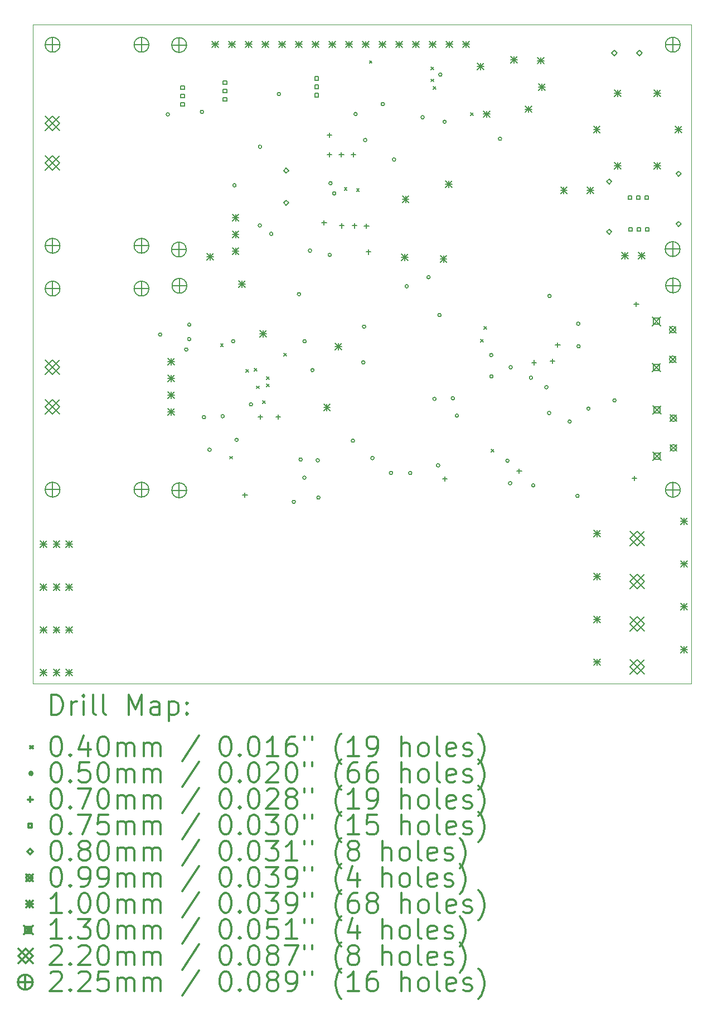
<source format=gbr>
%FSLAX45Y45*%
G04 Gerber Fmt 4.5, Leading zero omitted, Abs format (unit mm)*
G04 Created by KiCad (PCBNEW 5.1.8-5.1.8) date 2022-04-12 10:05:06*
%MOMM*%
%LPD*%
G01*
G04 APERTURE LIST*
%TA.AperFunction,Profile*%
%ADD10C,0.050000*%
%TD*%
%ADD11C,0.200000*%
%ADD12C,0.300000*%
G04 APERTURE END LIST*
D10*
X8100000Y-15000000D02*
X8100000Y-5000000D01*
X18100000Y-15000000D02*
X8100000Y-15000000D01*
X18100000Y-5000000D02*
X18100000Y-15000000D01*
X8100000Y-5000000D02*
X18100000Y-5000000D01*
D11*
X10950200Y-9842400D02*
X10990200Y-9882400D01*
X10990200Y-9842400D02*
X10950200Y-9882400D01*
X11087900Y-11548100D02*
X11127900Y-11588100D01*
X11127900Y-11548100D02*
X11087900Y-11588100D01*
X11338900Y-10230400D02*
X11378900Y-10270400D01*
X11378900Y-10230400D02*
X11338900Y-10270400D01*
X11464800Y-10216600D02*
X11504800Y-10256600D01*
X11504800Y-10216600D02*
X11464800Y-10256600D01*
X11498700Y-10481500D02*
X11538700Y-10521500D01*
X11538700Y-10481500D02*
X11498700Y-10521500D01*
X11588700Y-10703300D02*
X11628700Y-10743300D01*
X11628700Y-10703300D02*
X11588700Y-10743300D01*
X11647800Y-10342900D02*
X11687800Y-10382900D01*
X11687800Y-10342900D02*
X11647800Y-10382900D01*
X11650300Y-10452700D02*
X11690300Y-10492700D01*
X11690300Y-10452700D02*
X11650300Y-10492700D01*
X11911000Y-9985500D02*
X11951000Y-10025500D01*
X11951000Y-9985500D02*
X11911000Y-10025500D01*
X12831100Y-7468000D02*
X12871100Y-7508000D01*
X12871100Y-7468000D02*
X12831100Y-7508000D01*
X13018000Y-7490000D02*
X13058000Y-7530000D01*
X13058000Y-7490000D02*
X13018000Y-7530000D01*
X13212200Y-5545100D02*
X13252200Y-5585100D01*
X13252200Y-5545100D02*
X13212200Y-5585100D01*
X14147200Y-5639300D02*
X14187200Y-5679300D01*
X14187200Y-5639300D02*
X14147200Y-5679300D01*
X14147200Y-5823700D02*
X14187200Y-5863700D01*
X14187200Y-5823700D02*
X14147200Y-5863700D01*
X14181300Y-5940700D02*
X14221300Y-5980700D01*
X14221300Y-5940700D02*
X14181300Y-5980700D01*
X14746000Y-6335000D02*
X14786000Y-6375000D01*
X14786000Y-6335000D02*
X14746000Y-6375000D01*
X14898300Y-9773200D02*
X14938300Y-9813200D01*
X14938300Y-9773200D02*
X14898300Y-9813200D01*
X14952400Y-9580000D02*
X14992400Y-9620000D01*
X14992400Y-9580000D02*
X14952400Y-9620000D01*
X15059000Y-11440000D02*
X15099000Y-11480000D01*
X15099000Y-11440000D02*
X15059000Y-11480000D01*
X10059000Y-9699900D02*
G75*
G03*
X10059000Y-9699900I-25000J0D01*
G01*
X10174800Y-6361400D02*
G75*
G03*
X10174800Y-6361400I-25000J0D01*
G01*
X10454900Y-9927800D02*
G75*
G03*
X10454900Y-9927800I-25000J0D01*
G01*
X10499700Y-9770600D02*
G75*
G03*
X10499700Y-9770600I-25000J0D01*
G01*
X10500500Y-9551300D02*
G75*
G03*
X10500500Y-9551300I-25000J0D01*
G01*
X10692500Y-6322400D02*
G75*
G03*
X10692500Y-6322400I-25000J0D01*
G01*
X10724000Y-10954200D02*
G75*
G03*
X10724000Y-10954200I-25000J0D01*
G01*
X10808100Y-11448700D02*
G75*
G03*
X10808100Y-11448700I-25000J0D01*
G01*
X11007200Y-10940000D02*
G75*
G03*
X11007200Y-10940000I-25000J0D01*
G01*
X11167800Y-9802700D02*
G75*
G03*
X11167800Y-9802700I-25000J0D01*
G01*
X11188100Y-7435900D02*
G75*
G03*
X11188100Y-7435900I-25000J0D01*
G01*
X11218800Y-11298500D02*
G75*
G03*
X11218800Y-11298500I-25000J0D01*
G01*
X11437700Y-10760000D02*
G75*
G03*
X11437700Y-10760000I-25000J0D01*
G01*
X11572200Y-8045700D02*
G75*
G03*
X11572200Y-8045700I-25000J0D01*
G01*
X11574700Y-6852100D02*
G75*
G03*
X11574700Y-6852100I-25000J0D01*
G01*
X11746200Y-8173000D02*
G75*
G03*
X11746200Y-8173000I-25000J0D01*
G01*
X11861600Y-6051300D02*
G75*
G03*
X11861600Y-6051300I-25000J0D01*
G01*
X12088300Y-12239400D02*
G75*
G03*
X12088300Y-12239400I-25000J0D01*
G01*
X12166900Y-9088700D02*
G75*
G03*
X12166900Y-9088700I-25000J0D01*
G01*
X12191300Y-11596700D02*
G75*
G03*
X12191300Y-11596700I-25000J0D01*
G01*
X12249500Y-11871800D02*
G75*
G03*
X12249500Y-11871800I-25000J0D01*
G01*
X12252200Y-9803000D02*
G75*
G03*
X12252200Y-9803000I-25000J0D01*
G01*
X12334500Y-8428400D02*
G75*
G03*
X12334500Y-8428400I-25000J0D01*
G01*
X12371400Y-10240700D02*
G75*
G03*
X12371400Y-10240700I-25000J0D01*
G01*
X12450900Y-11608800D02*
G75*
G03*
X12450900Y-11608800I-25000J0D01*
G01*
X12461600Y-12174000D02*
G75*
G03*
X12461600Y-12174000I-25000J0D01*
G01*
X12632925Y-8492675D02*
G75*
G03*
X12632925Y-8492675I-25000J0D01*
G01*
X12645400Y-7404000D02*
G75*
G03*
X12645400Y-7404000I-25000J0D01*
G01*
X12702100Y-7559600D02*
G75*
G03*
X12702100Y-7559600I-25000J0D01*
G01*
X12986000Y-11310900D02*
G75*
G03*
X12986000Y-11310900I-25000J0D01*
G01*
X13025600Y-6355200D02*
G75*
G03*
X13025600Y-6355200I-25000J0D01*
G01*
X13143400Y-10122800D02*
G75*
G03*
X13143400Y-10122800I-25000J0D01*
G01*
X13155600Y-9581500D02*
G75*
G03*
X13155600Y-9581500I-25000J0D01*
G01*
X13172700Y-6749500D02*
G75*
G03*
X13172700Y-6749500I-25000J0D01*
G01*
X13283000Y-11574700D02*
G75*
G03*
X13283000Y-11574700I-25000J0D01*
G01*
X13439300Y-6203700D02*
G75*
G03*
X13439300Y-6203700I-25000J0D01*
G01*
X13564700Y-11800200D02*
G75*
G03*
X13564700Y-11800200I-25000J0D01*
G01*
X13610400Y-7045100D02*
G75*
G03*
X13610400Y-7045100I-25000J0D01*
G01*
X13802400Y-8967900D02*
G75*
G03*
X13802400Y-8967900I-25000J0D01*
G01*
X13856650Y-11801650D02*
G75*
G03*
X13856650Y-11801650I-25000J0D01*
G01*
X14043600Y-6404600D02*
G75*
G03*
X14043600Y-6404600I-25000J0D01*
G01*
X14134300Y-8830700D02*
G75*
G03*
X14134300Y-8830700I-25000J0D01*
G01*
X14224300Y-10677300D02*
G75*
G03*
X14224300Y-10677300I-25000J0D01*
G01*
X14279500Y-11685900D02*
G75*
G03*
X14279500Y-11685900I-25000J0D01*
G01*
X14301200Y-9404800D02*
G75*
G03*
X14301200Y-9404800I-25000J0D01*
G01*
X14313300Y-5757000D02*
G75*
G03*
X14313300Y-5757000I-25000J0D01*
G01*
X14378600Y-6472800D02*
G75*
G03*
X14378600Y-6472800I-25000J0D01*
G01*
X14504000Y-10668200D02*
G75*
G03*
X14504000Y-10668200I-25000J0D01*
G01*
X14565100Y-10930500D02*
G75*
G03*
X14565100Y-10930500I-25000J0D01*
G01*
X15086900Y-10012400D02*
G75*
G03*
X15086900Y-10012400I-25000J0D01*
G01*
X15090100Y-10336200D02*
G75*
G03*
X15090100Y-10336200I-25000J0D01*
G01*
X15220100Y-6730300D02*
G75*
G03*
X15220100Y-6730300I-25000J0D01*
G01*
X15333200Y-11616400D02*
G75*
G03*
X15333200Y-11616400I-25000J0D01*
G01*
X15374700Y-11956100D02*
G75*
G03*
X15374700Y-11956100I-25000J0D01*
G01*
X15380900Y-10197300D02*
G75*
G03*
X15380900Y-10197300I-25000J0D01*
G01*
X15690000Y-10356400D02*
G75*
G03*
X15690000Y-10356400I-25000J0D01*
G01*
X15725200Y-11989500D02*
G75*
G03*
X15725200Y-11989500I-25000J0D01*
G01*
X15925000Y-10500000D02*
G75*
G03*
X15925000Y-10500000I-25000J0D01*
G01*
X15966500Y-10892500D02*
G75*
G03*
X15966500Y-10892500I-25000J0D01*
G01*
X15971200Y-9115600D02*
G75*
G03*
X15971200Y-9115600I-25000J0D01*
G01*
X16277100Y-11019900D02*
G75*
G03*
X16277100Y-11019900I-25000J0D01*
G01*
X16396700Y-12148600D02*
G75*
G03*
X16396700Y-12148600I-25000J0D01*
G01*
X16408500Y-9536200D02*
G75*
G03*
X16408500Y-9536200I-25000J0D01*
G01*
X16413700Y-9879000D02*
G75*
G03*
X16413700Y-9879000I-25000J0D01*
G01*
X16562400Y-10824700D02*
G75*
G03*
X16562400Y-10824700I-25000J0D01*
G01*
X16957400Y-10699900D02*
G75*
G03*
X16957400Y-10699900I-25000J0D01*
G01*
X13167400Y-8016300D02*
X13167400Y-8086300D01*
X13132400Y-8051300D02*
X13202400Y-8051300D01*
X15713000Y-10090200D02*
X15713000Y-10160200D01*
X15678000Y-10125200D02*
X15748000Y-10125200D01*
X17264900Y-9202100D02*
X17264900Y-9272100D01*
X17229900Y-9237100D02*
X17299900Y-9237100D01*
X13198300Y-8412300D02*
X13198300Y-8482300D01*
X13163300Y-8447300D02*
X13233300Y-8447300D01*
X12983900Y-8014300D02*
X12983900Y-8084300D01*
X12948900Y-8049300D02*
X13018900Y-8049300D01*
X11557600Y-10912300D02*
X11557600Y-10982300D01*
X11522600Y-10947300D02*
X11592600Y-10947300D01*
X14355000Y-11855900D02*
X14355000Y-11925900D01*
X14320000Y-11890900D02*
X14390000Y-11890900D01*
X15487500Y-11735300D02*
X15487500Y-11805300D01*
X15452500Y-11770300D02*
X15522500Y-11770300D01*
X11321400Y-12099700D02*
X11321400Y-12169700D01*
X11286400Y-12134700D02*
X11356400Y-12134700D01*
X17234500Y-11844500D02*
X17234500Y-11914500D01*
X17199500Y-11879500D02*
X17269500Y-11879500D01*
X12605800Y-6641800D02*
X12605800Y-6711800D01*
X12570800Y-6676800D02*
X12640800Y-6676800D01*
X12607200Y-6932700D02*
X12607200Y-7002700D01*
X12572200Y-6967700D02*
X12642200Y-6967700D01*
X16072100Y-9824900D02*
X16072100Y-9894900D01*
X16037100Y-9859900D02*
X16107100Y-9859900D01*
X11828700Y-10913900D02*
X11828700Y-10983900D01*
X11793700Y-10948900D02*
X11863700Y-10948900D01*
X12969900Y-6936600D02*
X12969900Y-7006600D01*
X12934900Y-6971600D02*
X13004900Y-6971600D01*
X15991000Y-10068700D02*
X15991000Y-10138700D01*
X15956000Y-10103700D02*
X16026000Y-10103700D01*
X12786400Y-6935000D02*
X12786400Y-7005000D01*
X12751400Y-6970000D02*
X12821400Y-6970000D01*
X12794100Y-8014300D02*
X12794100Y-8084300D01*
X12759100Y-8049300D02*
X12829100Y-8049300D01*
X12524600Y-7968100D02*
X12524600Y-8038100D01*
X12489600Y-8003100D02*
X12559600Y-8003100D01*
X12434917Y-5841617D02*
X12434917Y-5788583D01*
X12381883Y-5788583D01*
X12381883Y-5841617D01*
X12434917Y-5841617D01*
X12434917Y-5968617D02*
X12434917Y-5915583D01*
X12381883Y-5915583D01*
X12381883Y-5968617D01*
X12434917Y-5968617D01*
X12434917Y-6095617D02*
X12434917Y-6042583D01*
X12381883Y-6042583D01*
X12381883Y-6095617D01*
X12434917Y-6095617D01*
X11043617Y-5903117D02*
X11043617Y-5850083D01*
X10990583Y-5850083D01*
X10990583Y-5903117D01*
X11043617Y-5903117D01*
X11043617Y-6030117D02*
X11043617Y-5977083D01*
X10990583Y-5977083D01*
X10990583Y-6030117D01*
X11043617Y-6030117D01*
X11043617Y-6157117D02*
X11043617Y-6104083D01*
X10990583Y-6104083D01*
X10990583Y-6157117D01*
X11043617Y-6157117D01*
X17205817Y-8130317D02*
X17205817Y-8077283D01*
X17152783Y-8077283D01*
X17152783Y-8130317D01*
X17205817Y-8130317D01*
X17332817Y-8130317D02*
X17332817Y-8077283D01*
X17279783Y-8077283D01*
X17279783Y-8130317D01*
X17332817Y-8130317D01*
X17459817Y-8130317D02*
X17459817Y-8077283D01*
X17406783Y-8077283D01*
X17406783Y-8130317D01*
X17459817Y-8130317D01*
X10400417Y-5981617D02*
X10400417Y-5928583D01*
X10347383Y-5928583D01*
X10347383Y-5981617D01*
X10400417Y-5981617D01*
X10400417Y-6108617D02*
X10400417Y-6055583D01*
X10347383Y-6055583D01*
X10347383Y-6108617D01*
X10400417Y-6108617D01*
X10400417Y-6235617D02*
X10400417Y-6182583D01*
X10347383Y-6182583D01*
X10347383Y-6235617D01*
X10400417Y-6235617D01*
X17197217Y-7649917D02*
X17197217Y-7596883D01*
X17144183Y-7596883D01*
X17144183Y-7649917D01*
X17197217Y-7649917D01*
X17324217Y-7649917D02*
X17324217Y-7596883D01*
X17271183Y-7596883D01*
X17271183Y-7649917D01*
X17324217Y-7649917D01*
X17451217Y-7649917D02*
X17451217Y-7596883D01*
X17398183Y-7596883D01*
X17398183Y-7649917D01*
X17451217Y-7649917D01*
X16852700Y-7420700D02*
X16892700Y-7380700D01*
X16852700Y-7340700D01*
X16812700Y-7380700D01*
X16852700Y-7420700D01*
X16852700Y-8182700D02*
X16892700Y-8142700D01*
X16852700Y-8102700D01*
X16812700Y-8142700D01*
X16852700Y-8182700D01*
X16931500Y-5468300D02*
X16971500Y-5428300D01*
X16931500Y-5388300D01*
X16891500Y-5428300D01*
X16931500Y-5468300D01*
X17311500Y-5468300D02*
X17351500Y-5428300D01*
X17311500Y-5388300D01*
X17271500Y-5428300D01*
X17311500Y-5468300D01*
X17907600Y-7302200D02*
X17947600Y-7262200D01*
X17907600Y-7222200D01*
X17867600Y-7262200D01*
X17907600Y-7302200D01*
X17907600Y-8064200D02*
X17947600Y-8024200D01*
X17907600Y-7984200D01*
X17867600Y-8024200D01*
X17907600Y-8064200D01*
X11947800Y-7252900D02*
X11987800Y-7212900D01*
X11947800Y-7172900D01*
X11907800Y-7212900D01*
X11947800Y-7252900D01*
X11947800Y-7740900D02*
X11987800Y-7700900D01*
X11947800Y-7660900D01*
X11907800Y-7700900D01*
X11947800Y-7740900D01*
X17779400Y-10920000D02*
X17878400Y-11019000D01*
X17878400Y-10920000D02*
X17779400Y-11019000D01*
X17878400Y-10969500D02*
G75*
G03*
X17878400Y-10969500I-49500J0D01*
G01*
X17779400Y-11370000D02*
X17878400Y-11469000D01*
X17878400Y-11370000D02*
X17779400Y-11469000D01*
X17878400Y-11419500D02*
G75*
G03*
X17878400Y-11419500I-49500J0D01*
G01*
X17768600Y-9576700D02*
X17867600Y-9675700D01*
X17867600Y-9576700D02*
X17768600Y-9675700D01*
X17867600Y-9626200D02*
G75*
G03*
X17867600Y-9626200I-49500J0D01*
G01*
X17768600Y-10026700D02*
X17867600Y-10125700D01*
X17867600Y-10026700D02*
X17768600Y-10125700D01*
X17867600Y-10076200D02*
G75*
G03*
X17867600Y-10076200I-49500J0D01*
G01*
X11547500Y-9639900D02*
X11647500Y-9739900D01*
X11647500Y-9639900D02*
X11547500Y-9739900D01*
X11597500Y-9639900D02*
X11597500Y-9739900D01*
X11547500Y-9689900D02*
X11647500Y-9689900D01*
X14286800Y-8505600D02*
X14386800Y-8605600D01*
X14386800Y-8505600D02*
X14286800Y-8605600D01*
X14336800Y-8505600D02*
X14336800Y-8605600D01*
X14286800Y-8555600D02*
X14386800Y-8555600D01*
X14364400Y-7366000D02*
X14464400Y-7466000D01*
X14464400Y-7366000D02*
X14364400Y-7466000D01*
X14414400Y-7366000D02*
X14414400Y-7466000D01*
X14364400Y-7416000D02*
X14464400Y-7416000D01*
X14941500Y-6306100D02*
X15041500Y-6406100D01*
X15041500Y-6306100D02*
X14941500Y-6406100D01*
X14991500Y-6306100D02*
X14991500Y-6406100D01*
X14941500Y-6356100D02*
X15041500Y-6356100D01*
X15359800Y-5481600D02*
X15459800Y-5581600D01*
X15459800Y-5481600D02*
X15359800Y-5581600D01*
X15409800Y-5481600D02*
X15409800Y-5581600D01*
X15359800Y-5531600D02*
X15459800Y-5531600D01*
X15576600Y-6230900D02*
X15676600Y-6330900D01*
X15676600Y-6230900D02*
X15576600Y-6330900D01*
X15626600Y-6230900D02*
X15626600Y-6330900D01*
X15576600Y-6280900D02*
X15676600Y-6280900D01*
X15766800Y-5494400D02*
X15866800Y-5594400D01*
X15866800Y-5494400D02*
X15766800Y-5594400D01*
X15816800Y-5494400D02*
X15816800Y-5594400D01*
X15766800Y-5544400D02*
X15866800Y-5544400D01*
X15778900Y-5899100D02*
X15878900Y-5999100D01*
X15878900Y-5899100D02*
X15778900Y-5999100D01*
X15828900Y-5899100D02*
X15828900Y-5999100D01*
X15778900Y-5949100D02*
X15878900Y-5949100D01*
X16620000Y-14620000D02*
X16720000Y-14720000D01*
X16720000Y-14620000D02*
X16620000Y-14720000D01*
X16670000Y-14620000D02*
X16670000Y-14720000D01*
X16620000Y-14670000D02*
X16720000Y-14670000D01*
X16620000Y-13970000D02*
X16720000Y-14070000D01*
X16720000Y-13970000D02*
X16620000Y-14070000D01*
X16670000Y-13970000D02*
X16670000Y-14070000D01*
X16620000Y-14020000D02*
X16720000Y-14020000D01*
X8210000Y-14780000D02*
X8310000Y-14880000D01*
X8310000Y-14780000D02*
X8210000Y-14880000D01*
X8260000Y-14780000D02*
X8260000Y-14880000D01*
X8210000Y-14830000D02*
X8310000Y-14830000D01*
X10151200Y-10064300D02*
X10251200Y-10164300D01*
X10251200Y-10064300D02*
X10151200Y-10164300D01*
X10201200Y-10064300D02*
X10201200Y-10164300D01*
X10151200Y-10114300D02*
X10251200Y-10114300D01*
X10151200Y-10318300D02*
X10251200Y-10418300D01*
X10251200Y-10318300D02*
X10151200Y-10418300D01*
X10201200Y-10318300D02*
X10201200Y-10418300D01*
X10151200Y-10368300D02*
X10251200Y-10368300D01*
X10151200Y-10572300D02*
X10251200Y-10672300D01*
X10251200Y-10572300D02*
X10151200Y-10672300D01*
X10201200Y-10572300D02*
X10201200Y-10672300D01*
X10151200Y-10622300D02*
X10251200Y-10622300D01*
X10151200Y-10826300D02*
X10251200Y-10926300D01*
X10251200Y-10826300D02*
X10151200Y-10926300D01*
X10201200Y-10826300D02*
X10201200Y-10926300D01*
X10151200Y-10876300D02*
X10251200Y-10876300D01*
X8600000Y-12830000D02*
X8700000Y-12930000D01*
X8700000Y-12830000D02*
X8600000Y-12930000D01*
X8650000Y-12830000D02*
X8650000Y-12930000D01*
X8600000Y-12880000D02*
X8700000Y-12880000D01*
X16620000Y-12670000D02*
X16720000Y-12770000D01*
X16720000Y-12670000D02*
X16620000Y-12770000D01*
X16670000Y-12670000D02*
X16670000Y-12770000D01*
X16620000Y-12720000D02*
X16720000Y-12720000D01*
X12693300Y-9829700D02*
X12793300Y-9929700D01*
X12793300Y-9829700D02*
X12693300Y-9929700D01*
X12743300Y-9829700D02*
X12743300Y-9929700D01*
X12693300Y-9879700D02*
X12793300Y-9879700D01*
X8210000Y-14130000D02*
X8310000Y-14230000D01*
X8310000Y-14130000D02*
X8210000Y-14230000D01*
X8260000Y-14130000D02*
X8260000Y-14230000D01*
X8210000Y-14180000D02*
X8310000Y-14180000D01*
X11128600Y-7877800D02*
X11228600Y-7977800D01*
X11228600Y-7877800D02*
X11128600Y-7977800D01*
X11178600Y-7877800D02*
X11178600Y-7977800D01*
X11128600Y-7927800D02*
X11228600Y-7927800D01*
X11128600Y-8131800D02*
X11228600Y-8231800D01*
X11228600Y-8131800D02*
X11128600Y-8231800D01*
X11178600Y-8131800D02*
X11178600Y-8231800D01*
X11128600Y-8181800D02*
X11228600Y-8181800D01*
X11128600Y-8385800D02*
X11228600Y-8485800D01*
X11228600Y-8385800D02*
X11128600Y-8485800D01*
X11178600Y-8385800D02*
X11178600Y-8485800D01*
X11128600Y-8435800D02*
X11228600Y-8435800D01*
X8410000Y-14780000D02*
X8510000Y-14880000D01*
X8510000Y-14780000D02*
X8410000Y-14880000D01*
X8460000Y-14780000D02*
X8460000Y-14880000D01*
X8410000Y-14830000D02*
X8510000Y-14830000D01*
X12516500Y-10754300D02*
X12616500Y-10854300D01*
X12616500Y-10754300D02*
X12516500Y-10854300D01*
X12566500Y-10754300D02*
X12566500Y-10854300D01*
X12516500Y-10804300D02*
X12616500Y-10804300D01*
X10820100Y-5247500D02*
X10920100Y-5347500D01*
X10920100Y-5247500D02*
X10820100Y-5347500D01*
X10870100Y-5247500D02*
X10870100Y-5347500D01*
X10820100Y-5297500D02*
X10920100Y-5297500D01*
X11074100Y-5247500D02*
X11174100Y-5347500D01*
X11174100Y-5247500D02*
X11074100Y-5347500D01*
X11124100Y-5247500D02*
X11124100Y-5347500D01*
X11074100Y-5297500D02*
X11174100Y-5297500D01*
X11328100Y-5247500D02*
X11428100Y-5347500D01*
X11428100Y-5247500D02*
X11328100Y-5347500D01*
X11378100Y-5247500D02*
X11378100Y-5347500D01*
X11328100Y-5297500D02*
X11428100Y-5297500D01*
X11582100Y-5247500D02*
X11682100Y-5347500D01*
X11682100Y-5247500D02*
X11582100Y-5347500D01*
X11632100Y-5247500D02*
X11632100Y-5347500D01*
X11582100Y-5297500D02*
X11682100Y-5297500D01*
X11836100Y-5247500D02*
X11936100Y-5347500D01*
X11936100Y-5247500D02*
X11836100Y-5347500D01*
X11886100Y-5247500D02*
X11886100Y-5347500D01*
X11836100Y-5297500D02*
X11936100Y-5297500D01*
X12090100Y-5247500D02*
X12190100Y-5347500D01*
X12190100Y-5247500D02*
X12090100Y-5347500D01*
X12140100Y-5247500D02*
X12140100Y-5347500D01*
X12090100Y-5297500D02*
X12190100Y-5297500D01*
X12344100Y-5247500D02*
X12444100Y-5347500D01*
X12444100Y-5247500D02*
X12344100Y-5347500D01*
X12394100Y-5247500D02*
X12394100Y-5347500D01*
X12344100Y-5297500D02*
X12444100Y-5297500D01*
X12598100Y-5247500D02*
X12698100Y-5347500D01*
X12698100Y-5247500D02*
X12598100Y-5347500D01*
X12648100Y-5247500D02*
X12648100Y-5347500D01*
X12598100Y-5297500D02*
X12698100Y-5297500D01*
X12852100Y-5247500D02*
X12952100Y-5347500D01*
X12952100Y-5247500D02*
X12852100Y-5347500D01*
X12902100Y-5247500D02*
X12902100Y-5347500D01*
X12852100Y-5297500D02*
X12952100Y-5297500D01*
X13106100Y-5247500D02*
X13206100Y-5347500D01*
X13206100Y-5247500D02*
X13106100Y-5347500D01*
X13156100Y-5247500D02*
X13156100Y-5347500D01*
X13106100Y-5297500D02*
X13206100Y-5297500D01*
X13360100Y-5247500D02*
X13460100Y-5347500D01*
X13460100Y-5247500D02*
X13360100Y-5347500D01*
X13410100Y-5247500D02*
X13410100Y-5347500D01*
X13360100Y-5297500D02*
X13460100Y-5297500D01*
X13614100Y-5247500D02*
X13714100Y-5347500D01*
X13714100Y-5247500D02*
X13614100Y-5347500D01*
X13664100Y-5247500D02*
X13664100Y-5347500D01*
X13614100Y-5297500D02*
X13714100Y-5297500D01*
X13868100Y-5247500D02*
X13968100Y-5347500D01*
X13968100Y-5247500D02*
X13868100Y-5347500D01*
X13918100Y-5247500D02*
X13918100Y-5347500D01*
X13868100Y-5297500D02*
X13968100Y-5297500D01*
X14122100Y-5247500D02*
X14222100Y-5347500D01*
X14222100Y-5247500D02*
X14122100Y-5347500D01*
X14172100Y-5247500D02*
X14172100Y-5347500D01*
X14122100Y-5297500D02*
X14222100Y-5297500D01*
X14376100Y-5247500D02*
X14476100Y-5347500D01*
X14476100Y-5247500D02*
X14376100Y-5347500D01*
X14426100Y-5247500D02*
X14426100Y-5347500D01*
X14376100Y-5297500D02*
X14476100Y-5297500D01*
X14630100Y-5247500D02*
X14730100Y-5347500D01*
X14730100Y-5247500D02*
X14630100Y-5347500D01*
X14680100Y-5247500D02*
X14680100Y-5347500D01*
X14630100Y-5297500D02*
X14730100Y-5297500D01*
X17940000Y-13130000D02*
X18040000Y-13230000D01*
X18040000Y-13130000D02*
X17940000Y-13230000D01*
X17990000Y-13130000D02*
X17990000Y-13230000D01*
X17940000Y-13180000D02*
X18040000Y-13180000D01*
X17940000Y-12480000D02*
X18040000Y-12580000D01*
X18040000Y-12480000D02*
X17940000Y-12580000D01*
X17990000Y-12480000D02*
X17990000Y-12580000D01*
X17940000Y-12530000D02*
X18040000Y-12530000D01*
X8410000Y-13480000D02*
X8510000Y-13580000D01*
X8510000Y-13480000D02*
X8410000Y-13580000D01*
X8460000Y-13480000D02*
X8460000Y-13580000D01*
X8410000Y-13530000D02*
X8510000Y-13530000D01*
X8600000Y-14130000D02*
X8700000Y-14230000D01*
X8700000Y-14130000D02*
X8600000Y-14230000D01*
X8650000Y-14130000D02*
X8650000Y-14230000D01*
X8600000Y-14180000D02*
X8700000Y-14180000D01*
X17940000Y-14430000D02*
X18040000Y-14530000D01*
X18040000Y-14430000D02*
X17940000Y-14530000D01*
X17990000Y-14430000D02*
X17990000Y-14530000D01*
X17940000Y-14480000D02*
X18040000Y-14480000D01*
X8600000Y-13480000D02*
X8700000Y-13580000D01*
X8700000Y-13480000D02*
X8600000Y-13580000D01*
X8650000Y-13480000D02*
X8650000Y-13580000D01*
X8600000Y-13530000D02*
X8700000Y-13530000D01*
X13710900Y-7599700D02*
X13810900Y-7699700D01*
X13810900Y-7599700D02*
X13710900Y-7699700D01*
X13760900Y-7599700D02*
X13760900Y-7699700D01*
X13710900Y-7649700D02*
X13810900Y-7649700D01*
X8410000Y-12830000D02*
X8510000Y-12930000D01*
X8510000Y-12830000D02*
X8410000Y-12930000D01*
X8460000Y-12830000D02*
X8460000Y-12930000D01*
X8410000Y-12880000D02*
X8510000Y-12880000D01*
X16114900Y-7463800D02*
X16214900Y-7563800D01*
X16214900Y-7463800D02*
X16114900Y-7563800D01*
X16164900Y-7463800D02*
X16164900Y-7563800D01*
X16114900Y-7513800D02*
X16214900Y-7513800D01*
X16514900Y-7463800D02*
X16614900Y-7563800D01*
X16614900Y-7463800D02*
X16514900Y-7563800D01*
X16564900Y-7463800D02*
X16564900Y-7563800D01*
X16514900Y-7513800D02*
X16614900Y-7513800D01*
X8210000Y-12830000D02*
X8310000Y-12930000D01*
X8310000Y-12830000D02*
X8210000Y-12930000D01*
X8260000Y-12830000D02*
X8260000Y-12930000D01*
X8210000Y-12880000D02*
X8310000Y-12880000D01*
X11227200Y-8887500D02*
X11327200Y-8987500D01*
X11327200Y-8887500D02*
X11227200Y-8987500D01*
X11277200Y-8887500D02*
X11277200Y-8987500D01*
X11227200Y-8937500D02*
X11327200Y-8937500D01*
X17041000Y-8450800D02*
X17141000Y-8550800D01*
X17141000Y-8450800D02*
X17041000Y-8550800D01*
X17091000Y-8450800D02*
X17091000Y-8550800D01*
X17041000Y-8500800D02*
X17141000Y-8500800D01*
X17295000Y-8450800D02*
X17395000Y-8550800D01*
X17395000Y-8450800D02*
X17295000Y-8550800D01*
X17345000Y-8450800D02*
X17345000Y-8550800D01*
X17295000Y-8500800D02*
X17395000Y-8500800D01*
X17940000Y-13780000D02*
X18040000Y-13880000D01*
X18040000Y-13780000D02*
X17940000Y-13880000D01*
X17990000Y-13780000D02*
X17990000Y-13880000D01*
X17940000Y-13830000D02*
X18040000Y-13830000D01*
X10746400Y-8467900D02*
X10846400Y-8567900D01*
X10846400Y-8467900D02*
X10746400Y-8567900D01*
X10796400Y-8467900D02*
X10796400Y-8567900D01*
X10746400Y-8517900D02*
X10846400Y-8517900D01*
X8410000Y-14130000D02*
X8510000Y-14230000D01*
X8510000Y-14130000D02*
X8410000Y-14230000D01*
X8460000Y-14130000D02*
X8460000Y-14230000D01*
X8410000Y-14180000D02*
X8510000Y-14180000D01*
X8210000Y-13480000D02*
X8310000Y-13580000D01*
X8310000Y-13480000D02*
X8210000Y-13580000D01*
X8260000Y-13480000D02*
X8260000Y-13580000D01*
X8210000Y-13530000D02*
X8310000Y-13530000D01*
X16620000Y-13320000D02*
X16720000Y-13420000D01*
X16720000Y-13320000D02*
X16620000Y-13420000D01*
X16670000Y-13320000D02*
X16670000Y-13420000D01*
X16620000Y-13370000D02*
X16720000Y-13370000D01*
X14852900Y-5585400D02*
X14952900Y-5685400D01*
X14952900Y-5585400D02*
X14852900Y-5685400D01*
X14902900Y-5585400D02*
X14902900Y-5685400D01*
X14852900Y-5635400D02*
X14952900Y-5635400D01*
X13698400Y-8477800D02*
X13798400Y-8577800D01*
X13798400Y-8477800D02*
X13698400Y-8577800D01*
X13748400Y-8477800D02*
X13748400Y-8577800D01*
X13698400Y-8527800D02*
X13798400Y-8527800D01*
X16614700Y-6541000D02*
X16714700Y-6641000D01*
X16714700Y-6541000D02*
X16614700Y-6641000D01*
X16664700Y-6541000D02*
X16664700Y-6641000D01*
X16614700Y-6591000D02*
X16714700Y-6591000D01*
X16934700Y-5991000D02*
X17034700Y-6091000D01*
X17034700Y-5991000D02*
X16934700Y-6091000D01*
X16984700Y-5991000D02*
X16984700Y-6091000D01*
X16934700Y-6041000D02*
X17034700Y-6041000D01*
X16934700Y-7091000D02*
X17034700Y-7191000D01*
X17034700Y-7091000D02*
X16934700Y-7191000D01*
X16984700Y-7091000D02*
X16984700Y-7191000D01*
X16934700Y-7141000D02*
X17034700Y-7141000D01*
X17534700Y-5991000D02*
X17634700Y-6091000D01*
X17634700Y-5991000D02*
X17534700Y-6091000D01*
X17584700Y-5991000D02*
X17584700Y-6091000D01*
X17534700Y-6041000D02*
X17634700Y-6041000D01*
X17534700Y-7091000D02*
X17634700Y-7191000D01*
X17634700Y-7091000D02*
X17534700Y-7191000D01*
X17584700Y-7091000D02*
X17584700Y-7191000D01*
X17534700Y-7141000D02*
X17634700Y-7141000D01*
X17854700Y-6541000D02*
X17954700Y-6641000D01*
X17954700Y-6541000D02*
X17854700Y-6641000D01*
X17904700Y-6541000D02*
X17904700Y-6641000D01*
X17854700Y-6591000D02*
X17954700Y-6591000D01*
X8600000Y-14780000D02*
X8700000Y-14880000D01*
X8700000Y-14780000D02*
X8600000Y-14880000D01*
X8650000Y-14780000D02*
X8650000Y-14880000D01*
X8600000Y-14830000D02*
X8700000Y-14830000D01*
X17514900Y-10779500D02*
X17644900Y-10909500D01*
X17644900Y-10779500D02*
X17514900Y-10909500D01*
X17625862Y-10890462D02*
X17625862Y-10798538D01*
X17533938Y-10798538D01*
X17533938Y-10890462D01*
X17625862Y-10890462D01*
X17514900Y-11480500D02*
X17644900Y-11610500D01*
X17644900Y-11480500D02*
X17514900Y-11610500D01*
X17625862Y-11591462D02*
X17625862Y-11499538D01*
X17533938Y-11499538D01*
X17533938Y-11591462D01*
X17625862Y-11591462D01*
X17504100Y-9436200D02*
X17634100Y-9566200D01*
X17634100Y-9436200D02*
X17504100Y-9566200D01*
X17615062Y-9547162D02*
X17615062Y-9455238D01*
X17523138Y-9455238D01*
X17523138Y-9547162D01*
X17615062Y-9547162D01*
X17504100Y-10137200D02*
X17634100Y-10267200D01*
X17634100Y-10137200D02*
X17504100Y-10267200D01*
X17615062Y-10248162D02*
X17615062Y-10156238D01*
X17523138Y-10156238D01*
X17523138Y-10248162D01*
X17615062Y-10248162D01*
X8286000Y-6390000D02*
X8506000Y-6610000D01*
X8506000Y-6390000D02*
X8286000Y-6610000D01*
X8396000Y-6610000D02*
X8506000Y-6500000D01*
X8396000Y-6390000D01*
X8286000Y-6500000D01*
X8396000Y-6610000D01*
X8286000Y-10690000D02*
X8506000Y-10910000D01*
X8506000Y-10690000D02*
X8286000Y-10910000D01*
X8396000Y-10910000D02*
X8506000Y-10800000D01*
X8396000Y-10690000D01*
X8286000Y-10800000D01*
X8396000Y-10910000D01*
X17170000Y-14634000D02*
X17390000Y-14854000D01*
X17390000Y-14634000D02*
X17170000Y-14854000D01*
X17280000Y-14854000D02*
X17390000Y-14744000D01*
X17280000Y-14634000D01*
X17170000Y-14744000D01*
X17280000Y-14854000D01*
X8286000Y-6990000D02*
X8506000Y-7210000D01*
X8506000Y-6990000D02*
X8286000Y-7210000D01*
X8396000Y-7210000D02*
X8506000Y-7100000D01*
X8396000Y-6990000D01*
X8286000Y-7100000D01*
X8396000Y-7210000D01*
X8286000Y-10090000D02*
X8506000Y-10310000D01*
X8506000Y-10090000D02*
X8286000Y-10310000D01*
X8396000Y-10310000D02*
X8506000Y-10200000D01*
X8396000Y-10090000D01*
X8286000Y-10200000D01*
X8396000Y-10310000D01*
X17170000Y-13984000D02*
X17390000Y-14204000D01*
X17390000Y-13984000D02*
X17170000Y-14204000D01*
X17280000Y-14204000D02*
X17390000Y-14094000D01*
X17280000Y-13984000D01*
X17170000Y-14094000D01*
X17280000Y-14204000D01*
X17170000Y-12684000D02*
X17390000Y-12904000D01*
X17390000Y-12684000D02*
X17170000Y-12904000D01*
X17280000Y-12904000D02*
X17390000Y-12794000D01*
X17280000Y-12684000D01*
X17170000Y-12794000D01*
X17280000Y-12904000D01*
X17170000Y-13334000D02*
X17390000Y-13554000D01*
X17390000Y-13334000D02*
X17170000Y-13554000D01*
X17280000Y-13554000D02*
X17390000Y-13444000D01*
X17280000Y-13334000D01*
X17170000Y-13444000D01*
X17280000Y-13554000D01*
X8400000Y-8241500D02*
X8400000Y-8466500D01*
X8287500Y-8354000D02*
X8512500Y-8354000D01*
X8512500Y-8354000D02*
G75*
G03*
X8512500Y-8354000I-112500J0D01*
G01*
X8400000Y-11941500D02*
X8400000Y-12166500D01*
X8287500Y-12054000D02*
X8512500Y-12054000D01*
X8512500Y-12054000D02*
G75*
G03*
X8512500Y-12054000I-112500J0D01*
G01*
X10318600Y-8298800D02*
X10318600Y-8523800D01*
X10206100Y-8411300D02*
X10431100Y-8411300D01*
X10431100Y-8411300D02*
G75*
G03*
X10431100Y-8411300I-112500J0D01*
G01*
X10323000Y-11951400D02*
X10323000Y-12176400D01*
X10210500Y-12063900D02*
X10435500Y-12063900D01*
X10435500Y-12063900D02*
G75*
G03*
X10435500Y-12063900I-112500J0D01*
G01*
X8400000Y-5191500D02*
X8400000Y-5416500D01*
X8287500Y-5304000D02*
X8512500Y-5304000D01*
X8512500Y-5304000D02*
G75*
G03*
X8512500Y-5304000I-112500J0D01*
G01*
X9750000Y-8241500D02*
X9750000Y-8466500D01*
X9637500Y-8354000D02*
X9862500Y-8354000D01*
X9862500Y-8354000D02*
G75*
G03*
X9862500Y-8354000I-112500J0D01*
G01*
X17820900Y-11943700D02*
X17820900Y-12168700D01*
X17708400Y-12056200D02*
X17933400Y-12056200D01*
X17933400Y-12056200D02*
G75*
G03*
X17933400Y-12056200I-112500J0D01*
G01*
X10321700Y-5195500D02*
X10321700Y-5420500D01*
X10209200Y-5308000D02*
X10434200Y-5308000D01*
X10434200Y-5308000D02*
G75*
G03*
X10434200Y-5308000I-112500J0D01*
G01*
X9750000Y-11941500D02*
X9750000Y-12166500D01*
X9637500Y-12054000D02*
X9862500Y-12054000D01*
X9862500Y-12054000D02*
G75*
G03*
X9862500Y-12054000I-112500J0D01*
G01*
X17816500Y-8291100D02*
X17816500Y-8516100D01*
X17704000Y-8403600D02*
X17929000Y-8403600D01*
X17929000Y-8403600D02*
G75*
G03*
X17929000Y-8403600I-112500J0D01*
G01*
X9750000Y-5191500D02*
X9750000Y-5416500D01*
X9637500Y-5304000D02*
X9862500Y-5304000D01*
X9862500Y-5304000D02*
G75*
G03*
X9862500Y-5304000I-112500J0D01*
G01*
X17823800Y-8843400D02*
X17823800Y-9068400D01*
X17711300Y-8955900D02*
X17936300Y-8955900D01*
X17936300Y-8955900D02*
G75*
G03*
X17936300Y-8955900I-112500J0D01*
G01*
X10326100Y-8848100D02*
X10326100Y-9073100D01*
X10213600Y-8960600D02*
X10438600Y-8960600D01*
X10438600Y-8960600D02*
G75*
G03*
X10438600Y-8960600I-112500J0D01*
G01*
X8400000Y-8891500D02*
X8400000Y-9116500D01*
X8287500Y-9004000D02*
X8512500Y-9004000D01*
X8512500Y-9004000D02*
G75*
G03*
X8512500Y-9004000I-112500J0D01*
G01*
X17819400Y-5190800D02*
X17819400Y-5415800D01*
X17706900Y-5303300D02*
X17931900Y-5303300D01*
X17931900Y-5303300D02*
G75*
G03*
X17931900Y-5303300I-112500J0D01*
G01*
X9750000Y-8891500D02*
X9750000Y-9116500D01*
X9637500Y-9004000D02*
X9862500Y-9004000D01*
X9862500Y-9004000D02*
G75*
G03*
X9862500Y-9004000I-112500J0D01*
G01*
D12*
X8383928Y-15468214D02*
X8383928Y-15168214D01*
X8455357Y-15168214D01*
X8498214Y-15182500D01*
X8526786Y-15211071D01*
X8541071Y-15239643D01*
X8555357Y-15296786D01*
X8555357Y-15339643D01*
X8541071Y-15396786D01*
X8526786Y-15425357D01*
X8498214Y-15453929D01*
X8455357Y-15468214D01*
X8383928Y-15468214D01*
X8683928Y-15468214D02*
X8683928Y-15268214D01*
X8683928Y-15325357D02*
X8698214Y-15296786D01*
X8712500Y-15282500D01*
X8741071Y-15268214D01*
X8769643Y-15268214D01*
X8869643Y-15468214D02*
X8869643Y-15268214D01*
X8869643Y-15168214D02*
X8855357Y-15182500D01*
X8869643Y-15196786D01*
X8883928Y-15182500D01*
X8869643Y-15168214D01*
X8869643Y-15196786D01*
X9055357Y-15468214D02*
X9026786Y-15453929D01*
X9012500Y-15425357D01*
X9012500Y-15168214D01*
X9212500Y-15468214D02*
X9183928Y-15453929D01*
X9169643Y-15425357D01*
X9169643Y-15168214D01*
X9555357Y-15468214D02*
X9555357Y-15168214D01*
X9655357Y-15382500D01*
X9755357Y-15168214D01*
X9755357Y-15468214D01*
X10026786Y-15468214D02*
X10026786Y-15311071D01*
X10012500Y-15282500D01*
X9983928Y-15268214D01*
X9926786Y-15268214D01*
X9898214Y-15282500D01*
X10026786Y-15453929D02*
X9998214Y-15468214D01*
X9926786Y-15468214D01*
X9898214Y-15453929D01*
X9883928Y-15425357D01*
X9883928Y-15396786D01*
X9898214Y-15368214D01*
X9926786Y-15353929D01*
X9998214Y-15353929D01*
X10026786Y-15339643D01*
X10169643Y-15268214D02*
X10169643Y-15568214D01*
X10169643Y-15282500D02*
X10198214Y-15268214D01*
X10255357Y-15268214D01*
X10283928Y-15282500D01*
X10298214Y-15296786D01*
X10312500Y-15325357D01*
X10312500Y-15411071D01*
X10298214Y-15439643D01*
X10283928Y-15453929D01*
X10255357Y-15468214D01*
X10198214Y-15468214D01*
X10169643Y-15453929D01*
X10441071Y-15439643D02*
X10455357Y-15453929D01*
X10441071Y-15468214D01*
X10426786Y-15453929D01*
X10441071Y-15439643D01*
X10441071Y-15468214D01*
X10441071Y-15282500D02*
X10455357Y-15296786D01*
X10441071Y-15311071D01*
X10426786Y-15296786D01*
X10441071Y-15282500D01*
X10441071Y-15311071D01*
X8057500Y-15942500D02*
X8097500Y-15982500D01*
X8097500Y-15942500D02*
X8057500Y-15982500D01*
X8441071Y-15798214D02*
X8469643Y-15798214D01*
X8498214Y-15812500D01*
X8512500Y-15826786D01*
X8526786Y-15855357D01*
X8541071Y-15912500D01*
X8541071Y-15983929D01*
X8526786Y-16041071D01*
X8512500Y-16069643D01*
X8498214Y-16083929D01*
X8469643Y-16098214D01*
X8441071Y-16098214D01*
X8412500Y-16083929D01*
X8398214Y-16069643D01*
X8383928Y-16041071D01*
X8369643Y-15983929D01*
X8369643Y-15912500D01*
X8383928Y-15855357D01*
X8398214Y-15826786D01*
X8412500Y-15812500D01*
X8441071Y-15798214D01*
X8669643Y-16069643D02*
X8683928Y-16083929D01*
X8669643Y-16098214D01*
X8655357Y-16083929D01*
X8669643Y-16069643D01*
X8669643Y-16098214D01*
X8941071Y-15898214D02*
X8941071Y-16098214D01*
X8869643Y-15783929D02*
X8798214Y-15998214D01*
X8983928Y-15998214D01*
X9155357Y-15798214D02*
X9183928Y-15798214D01*
X9212500Y-15812500D01*
X9226786Y-15826786D01*
X9241071Y-15855357D01*
X9255357Y-15912500D01*
X9255357Y-15983929D01*
X9241071Y-16041071D01*
X9226786Y-16069643D01*
X9212500Y-16083929D01*
X9183928Y-16098214D01*
X9155357Y-16098214D01*
X9126786Y-16083929D01*
X9112500Y-16069643D01*
X9098214Y-16041071D01*
X9083928Y-15983929D01*
X9083928Y-15912500D01*
X9098214Y-15855357D01*
X9112500Y-15826786D01*
X9126786Y-15812500D01*
X9155357Y-15798214D01*
X9383928Y-16098214D02*
X9383928Y-15898214D01*
X9383928Y-15926786D02*
X9398214Y-15912500D01*
X9426786Y-15898214D01*
X9469643Y-15898214D01*
X9498214Y-15912500D01*
X9512500Y-15941071D01*
X9512500Y-16098214D01*
X9512500Y-15941071D02*
X9526786Y-15912500D01*
X9555357Y-15898214D01*
X9598214Y-15898214D01*
X9626786Y-15912500D01*
X9641071Y-15941071D01*
X9641071Y-16098214D01*
X9783928Y-16098214D02*
X9783928Y-15898214D01*
X9783928Y-15926786D02*
X9798214Y-15912500D01*
X9826786Y-15898214D01*
X9869643Y-15898214D01*
X9898214Y-15912500D01*
X9912500Y-15941071D01*
X9912500Y-16098214D01*
X9912500Y-15941071D02*
X9926786Y-15912500D01*
X9955357Y-15898214D01*
X9998214Y-15898214D01*
X10026786Y-15912500D01*
X10041071Y-15941071D01*
X10041071Y-16098214D01*
X10626786Y-15783929D02*
X10369643Y-16169643D01*
X11012500Y-15798214D02*
X11041071Y-15798214D01*
X11069643Y-15812500D01*
X11083928Y-15826786D01*
X11098214Y-15855357D01*
X11112500Y-15912500D01*
X11112500Y-15983929D01*
X11098214Y-16041071D01*
X11083928Y-16069643D01*
X11069643Y-16083929D01*
X11041071Y-16098214D01*
X11012500Y-16098214D01*
X10983928Y-16083929D01*
X10969643Y-16069643D01*
X10955357Y-16041071D01*
X10941071Y-15983929D01*
X10941071Y-15912500D01*
X10955357Y-15855357D01*
X10969643Y-15826786D01*
X10983928Y-15812500D01*
X11012500Y-15798214D01*
X11241071Y-16069643D02*
X11255357Y-16083929D01*
X11241071Y-16098214D01*
X11226786Y-16083929D01*
X11241071Y-16069643D01*
X11241071Y-16098214D01*
X11441071Y-15798214D02*
X11469643Y-15798214D01*
X11498214Y-15812500D01*
X11512500Y-15826786D01*
X11526786Y-15855357D01*
X11541071Y-15912500D01*
X11541071Y-15983929D01*
X11526786Y-16041071D01*
X11512500Y-16069643D01*
X11498214Y-16083929D01*
X11469643Y-16098214D01*
X11441071Y-16098214D01*
X11412500Y-16083929D01*
X11398214Y-16069643D01*
X11383928Y-16041071D01*
X11369643Y-15983929D01*
X11369643Y-15912500D01*
X11383928Y-15855357D01*
X11398214Y-15826786D01*
X11412500Y-15812500D01*
X11441071Y-15798214D01*
X11826786Y-16098214D02*
X11655357Y-16098214D01*
X11741071Y-16098214D02*
X11741071Y-15798214D01*
X11712500Y-15841071D01*
X11683928Y-15869643D01*
X11655357Y-15883929D01*
X12083928Y-15798214D02*
X12026786Y-15798214D01*
X11998214Y-15812500D01*
X11983928Y-15826786D01*
X11955357Y-15869643D01*
X11941071Y-15926786D01*
X11941071Y-16041071D01*
X11955357Y-16069643D01*
X11969643Y-16083929D01*
X11998214Y-16098214D01*
X12055357Y-16098214D01*
X12083928Y-16083929D01*
X12098214Y-16069643D01*
X12112500Y-16041071D01*
X12112500Y-15969643D01*
X12098214Y-15941071D01*
X12083928Y-15926786D01*
X12055357Y-15912500D01*
X11998214Y-15912500D01*
X11969643Y-15926786D01*
X11955357Y-15941071D01*
X11941071Y-15969643D01*
X12226786Y-15798214D02*
X12226786Y-15855357D01*
X12341071Y-15798214D02*
X12341071Y-15855357D01*
X12783928Y-16212500D02*
X12769643Y-16198214D01*
X12741071Y-16155357D01*
X12726786Y-16126786D01*
X12712500Y-16083929D01*
X12698214Y-16012500D01*
X12698214Y-15955357D01*
X12712500Y-15883929D01*
X12726786Y-15841071D01*
X12741071Y-15812500D01*
X12769643Y-15769643D01*
X12783928Y-15755357D01*
X13055357Y-16098214D02*
X12883928Y-16098214D01*
X12969643Y-16098214D02*
X12969643Y-15798214D01*
X12941071Y-15841071D01*
X12912500Y-15869643D01*
X12883928Y-15883929D01*
X13198214Y-16098214D02*
X13255357Y-16098214D01*
X13283928Y-16083929D01*
X13298214Y-16069643D01*
X13326786Y-16026786D01*
X13341071Y-15969643D01*
X13341071Y-15855357D01*
X13326786Y-15826786D01*
X13312500Y-15812500D01*
X13283928Y-15798214D01*
X13226786Y-15798214D01*
X13198214Y-15812500D01*
X13183928Y-15826786D01*
X13169643Y-15855357D01*
X13169643Y-15926786D01*
X13183928Y-15955357D01*
X13198214Y-15969643D01*
X13226786Y-15983929D01*
X13283928Y-15983929D01*
X13312500Y-15969643D01*
X13326786Y-15955357D01*
X13341071Y-15926786D01*
X13698214Y-16098214D02*
X13698214Y-15798214D01*
X13826786Y-16098214D02*
X13826786Y-15941071D01*
X13812500Y-15912500D01*
X13783928Y-15898214D01*
X13741071Y-15898214D01*
X13712500Y-15912500D01*
X13698214Y-15926786D01*
X14012500Y-16098214D02*
X13983928Y-16083929D01*
X13969643Y-16069643D01*
X13955357Y-16041071D01*
X13955357Y-15955357D01*
X13969643Y-15926786D01*
X13983928Y-15912500D01*
X14012500Y-15898214D01*
X14055357Y-15898214D01*
X14083928Y-15912500D01*
X14098214Y-15926786D01*
X14112500Y-15955357D01*
X14112500Y-16041071D01*
X14098214Y-16069643D01*
X14083928Y-16083929D01*
X14055357Y-16098214D01*
X14012500Y-16098214D01*
X14283928Y-16098214D02*
X14255357Y-16083929D01*
X14241071Y-16055357D01*
X14241071Y-15798214D01*
X14512500Y-16083929D02*
X14483928Y-16098214D01*
X14426786Y-16098214D01*
X14398214Y-16083929D01*
X14383928Y-16055357D01*
X14383928Y-15941071D01*
X14398214Y-15912500D01*
X14426786Y-15898214D01*
X14483928Y-15898214D01*
X14512500Y-15912500D01*
X14526786Y-15941071D01*
X14526786Y-15969643D01*
X14383928Y-15998214D01*
X14641071Y-16083929D02*
X14669643Y-16098214D01*
X14726786Y-16098214D01*
X14755357Y-16083929D01*
X14769643Y-16055357D01*
X14769643Y-16041071D01*
X14755357Y-16012500D01*
X14726786Y-15998214D01*
X14683928Y-15998214D01*
X14655357Y-15983929D01*
X14641071Y-15955357D01*
X14641071Y-15941071D01*
X14655357Y-15912500D01*
X14683928Y-15898214D01*
X14726786Y-15898214D01*
X14755357Y-15912500D01*
X14869643Y-16212500D02*
X14883928Y-16198214D01*
X14912500Y-16155357D01*
X14926786Y-16126786D01*
X14941071Y-16083929D01*
X14955357Y-16012500D01*
X14955357Y-15955357D01*
X14941071Y-15883929D01*
X14926786Y-15841071D01*
X14912500Y-15812500D01*
X14883928Y-15769643D01*
X14869643Y-15755357D01*
X8097500Y-16358500D02*
G75*
G03*
X8097500Y-16358500I-25000J0D01*
G01*
X8441071Y-16194214D02*
X8469643Y-16194214D01*
X8498214Y-16208500D01*
X8512500Y-16222786D01*
X8526786Y-16251357D01*
X8541071Y-16308500D01*
X8541071Y-16379929D01*
X8526786Y-16437071D01*
X8512500Y-16465643D01*
X8498214Y-16479929D01*
X8469643Y-16494214D01*
X8441071Y-16494214D01*
X8412500Y-16479929D01*
X8398214Y-16465643D01*
X8383928Y-16437071D01*
X8369643Y-16379929D01*
X8369643Y-16308500D01*
X8383928Y-16251357D01*
X8398214Y-16222786D01*
X8412500Y-16208500D01*
X8441071Y-16194214D01*
X8669643Y-16465643D02*
X8683928Y-16479929D01*
X8669643Y-16494214D01*
X8655357Y-16479929D01*
X8669643Y-16465643D01*
X8669643Y-16494214D01*
X8955357Y-16194214D02*
X8812500Y-16194214D01*
X8798214Y-16337071D01*
X8812500Y-16322786D01*
X8841071Y-16308500D01*
X8912500Y-16308500D01*
X8941071Y-16322786D01*
X8955357Y-16337071D01*
X8969643Y-16365643D01*
X8969643Y-16437071D01*
X8955357Y-16465643D01*
X8941071Y-16479929D01*
X8912500Y-16494214D01*
X8841071Y-16494214D01*
X8812500Y-16479929D01*
X8798214Y-16465643D01*
X9155357Y-16194214D02*
X9183928Y-16194214D01*
X9212500Y-16208500D01*
X9226786Y-16222786D01*
X9241071Y-16251357D01*
X9255357Y-16308500D01*
X9255357Y-16379929D01*
X9241071Y-16437071D01*
X9226786Y-16465643D01*
X9212500Y-16479929D01*
X9183928Y-16494214D01*
X9155357Y-16494214D01*
X9126786Y-16479929D01*
X9112500Y-16465643D01*
X9098214Y-16437071D01*
X9083928Y-16379929D01*
X9083928Y-16308500D01*
X9098214Y-16251357D01*
X9112500Y-16222786D01*
X9126786Y-16208500D01*
X9155357Y-16194214D01*
X9383928Y-16494214D02*
X9383928Y-16294214D01*
X9383928Y-16322786D02*
X9398214Y-16308500D01*
X9426786Y-16294214D01*
X9469643Y-16294214D01*
X9498214Y-16308500D01*
X9512500Y-16337071D01*
X9512500Y-16494214D01*
X9512500Y-16337071D02*
X9526786Y-16308500D01*
X9555357Y-16294214D01*
X9598214Y-16294214D01*
X9626786Y-16308500D01*
X9641071Y-16337071D01*
X9641071Y-16494214D01*
X9783928Y-16494214D02*
X9783928Y-16294214D01*
X9783928Y-16322786D02*
X9798214Y-16308500D01*
X9826786Y-16294214D01*
X9869643Y-16294214D01*
X9898214Y-16308500D01*
X9912500Y-16337071D01*
X9912500Y-16494214D01*
X9912500Y-16337071D02*
X9926786Y-16308500D01*
X9955357Y-16294214D01*
X9998214Y-16294214D01*
X10026786Y-16308500D01*
X10041071Y-16337071D01*
X10041071Y-16494214D01*
X10626786Y-16179929D02*
X10369643Y-16565643D01*
X11012500Y-16194214D02*
X11041071Y-16194214D01*
X11069643Y-16208500D01*
X11083928Y-16222786D01*
X11098214Y-16251357D01*
X11112500Y-16308500D01*
X11112500Y-16379929D01*
X11098214Y-16437071D01*
X11083928Y-16465643D01*
X11069643Y-16479929D01*
X11041071Y-16494214D01*
X11012500Y-16494214D01*
X10983928Y-16479929D01*
X10969643Y-16465643D01*
X10955357Y-16437071D01*
X10941071Y-16379929D01*
X10941071Y-16308500D01*
X10955357Y-16251357D01*
X10969643Y-16222786D01*
X10983928Y-16208500D01*
X11012500Y-16194214D01*
X11241071Y-16465643D02*
X11255357Y-16479929D01*
X11241071Y-16494214D01*
X11226786Y-16479929D01*
X11241071Y-16465643D01*
X11241071Y-16494214D01*
X11441071Y-16194214D02*
X11469643Y-16194214D01*
X11498214Y-16208500D01*
X11512500Y-16222786D01*
X11526786Y-16251357D01*
X11541071Y-16308500D01*
X11541071Y-16379929D01*
X11526786Y-16437071D01*
X11512500Y-16465643D01*
X11498214Y-16479929D01*
X11469643Y-16494214D01*
X11441071Y-16494214D01*
X11412500Y-16479929D01*
X11398214Y-16465643D01*
X11383928Y-16437071D01*
X11369643Y-16379929D01*
X11369643Y-16308500D01*
X11383928Y-16251357D01*
X11398214Y-16222786D01*
X11412500Y-16208500D01*
X11441071Y-16194214D01*
X11655357Y-16222786D02*
X11669643Y-16208500D01*
X11698214Y-16194214D01*
X11769643Y-16194214D01*
X11798214Y-16208500D01*
X11812500Y-16222786D01*
X11826786Y-16251357D01*
X11826786Y-16279929D01*
X11812500Y-16322786D01*
X11641071Y-16494214D01*
X11826786Y-16494214D01*
X12012500Y-16194214D02*
X12041071Y-16194214D01*
X12069643Y-16208500D01*
X12083928Y-16222786D01*
X12098214Y-16251357D01*
X12112500Y-16308500D01*
X12112500Y-16379929D01*
X12098214Y-16437071D01*
X12083928Y-16465643D01*
X12069643Y-16479929D01*
X12041071Y-16494214D01*
X12012500Y-16494214D01*
X11983928Y-16479929D01*
X11969643Y-16465643D01*
X11955357Y-16437071D01*
X11941071Y-16379929D01*
X11941071Y-16308500D01*
X11955357Y-16251357D01*
X11969643Y-16222786D01*
X11983928Y-16208500D01*
X12012500Y-16194214D01*
X12226786Y-16194214D02*
X12226786Y-16251357D01*
X12341071Y-16194214D02*
X12341071Y-16251357D01*
X12783928Y-16608500D02*
X12769643Y-16594214D01*
X12741071Y-16551357D01*
X12726786Y-16522786D01*
X12712500Y-16479929D01*
X12698214Y-16408500D01*
X12698214Y-16351357D01*
X12712500Y-16279929D01*
X12726786Y-16237071D01*
X12741071Y-16208500D01*
X12769643Y-16165643D01*
X12783928Y-16151357D01*
X13026786Y-16194214D02*
X12969643Y-16194214D01*
X12941071Y-16208500D01*
X12926786Y-16222786D01*
X12898214Y-16265643D01*
X12883928Y-16322786D01*
X12883928Y-16437071D01*
X12898214Y-16465643D01*
X12912500Y-16479929D01*
X12941071Y-16494214D01*
X12998214Y-16494214D01*
X13026786Y-16479929D01*
X13041071Y-16465643D01*
X13055357Y-16437071D01*
X13055357Y-16365643D01*
X13041071Y-16337071D01*
X13026786Y-16322786D01*
X12998214Y-16308500D01*
X12941071Y-16308500D01*
X12912500Y-16322786D01*
X12898214Y-16337071D01*
X12883928Y-16365643D01*
X13312500Y-16194214D02*
X13255357Y-16194214D01*
X13226786Y-16208500D01*
X13212500Y-16222786D01*
X13183928Y-16265643D01*
X13169643Y-16322786D01*
X13169643Y-16437071D01*
X13183928Y-16465643D01*
X13198214Y-16479929D01*
X13226786Y-16494214D01*
X13283928Y-16494214D01*
X13312500Y-16479929D01*
X13326786Y-16465643D01*
X13341071Y-16437071D01*
X13341071Y-16365643D01*
X13326786Y-16337071D01*
X13312500Y-16322786D01*
X13283928Y-16308500D01*
X13226786Y-16308500D01*
X13198214Y-16322786D01*
X13183928Y-16337071D01*
X13169643Y-16365643D01*
X13698214Y-16494214D02*
X13698214Y-16194214D01*
X13826786Y-16494214D02*
X13826786Y-16337071D01*
X13812500Y-16308500D01*
X13783928Y-16294214D01*
X13741071Y-16294214D01*
X13712500Y-16308500D01*
X13698214Y-16322786D01*
X14012500Y-16494214D02*
X13983928Y-16479929D01*
X13969643Y-16465643D01*
X13955357Y-16437071D01*
X13955357Y-16351357D01*
X13969643Y-16322786D01*
X13983928Y-16308500D01*
X14012500Y-16294214D01*
X14055357Y-16294214D01*
X14083928Y-16308500D01*
X14098214Y-16322786D01*
X14112500Y-16351357D01*
X14112500Y-16437071D01*
X14098214Y-16465643D01*
X14083928Y-16479929D01*
X14055357Y-16494214D01*
X14012500Y-16494214D01*
X14283928Y-16494214D02*
X14255357Y-16479929D01*
X14241071Y-16451357D01*
X14241071Y-16194214D01*
X14512500Y-16479929D02*
X14483928Y-16494214D01*
X14426786Y-16494214D01*
X14398214Y-16479929D01*
X14383928Y-16451357D01*
X14383928Y-16337071D01*
X14398214Y-16308500D01*
X14426786Y-16294214D01*
X14483928Y-16294214D01*
X14512500Y-16308500D01*
X14526786Y-16337071D01*
X14526786Y-16365643D01*
X14383928Y-16394214D01*
X14641071Y-16479929D02*
X14669643Y-16494214D01*
X14726786Y-16494214D01*
X14755357Y-16479929D01*
X14769643Y-16451357D01*
X14769643Y-16437071D01*
X14755357Y-16408500D01*
X14726786Y-16394214D01*
X14683928Y-16394214D01*
X14655357Y-16379929D01*
X14641071Y-16351357D01*
X14641071Y-16337071D01*
X14655357Y-16308500D01*
X14683928Y-16294214D01*
X14726786Y-16294214D01*
X14755357Y-16308500D01*
X14869643Y-16608500D02*
X14883928Y-16594214D01*
X14912500Y-16551357D01*
X14926786Y-16522786D01*
X14941071Y-16479929D01*
X14955357Y-16408500D01*
X14955357Y-16351357D01*
X14941071Y-16279929D01*
X14926786Y-16237071D01*
X14912500Y-16208500D01*
X14883928Y-16165643D01*
X14869643Y-16151357D01*
X8062500Y-16719500D02*
X8062500Y-16789500D01*
X8027500Y-16754500D02*
X8097500Y-16754500D01*
X8441071Y-16590214D02*
X8469643Y-16590214D01*
X8498214Y-16604500D01*
X8512500Y-16618786D01*
X8526786Y-16647357D01*
X8541071Y-16704500D01*
X8541071Y-16775929D01*
X8526786Y-16833072D01*
X8512500Y-16861643D01*
X8498214Y-16875929D01*
X8469643Y-16890214D01*
X8441071Y-16890214D01*
X8412500Y-16875929D01*
X8398214Y-16861643D01*
X8383928Y-16833072D01*
X8369643Y-16775929D01*
X8369643Y-16704500D01*
X8383928Y-16647357D01*
X8398214Y-16618786D01*
X8412500Y-16604500D01*
X8441071Y-16590214D01*
X8669643Y-16861643D02*
X8683928Y-16875929D01*
X8669643Y-16890214D01*
X8655357Y-16875929D01*
X8669643Y-16861643D01*
X8669643Y-16890214D01*
X8783928Y-16590214D02*
X8983928Y-16590214D01*
X8855357Y-16890214D01*
X9155357Y-16590214D02*
X9183928Y-16590214D01*
X9212500Y-16604500D01*
X9226786Y-16618786D01*
X9241071Y-16647357D01*
X9255357Y-16704500D01*
X9255357Y-16775929D01*
X9241071Y-16833072D01*
X9226786Y-16861643D01*
X9212500Y-16875929D01*
X9183928Y-16890214D01*
X9155357Y-16890214D01*
X9126786Y-16875929D01*
X9112500Y-16861643D01*
X9098214Y-16833072D01*
X9083928Y-16775929D01*
X9083928Y-16704500D01*
X9098214Y-16647357D01*
X9112500Y-16618786D01*
X9126786Y-16604500D01*
X9155357Y-16590214D01*
X9383928Y-16890214D02*
X9383928Y-16690214D01*
X9383928Y-16718786D02*
X9398214Y-16704500D01*
X9426786Y-16690214D01*
X9469643Y-16690214D01*
X9498214Y-16704500D01*
X9512500Y-16733071D01*
X9512500Y-16890214D01*
X9512500Y-16733071D02*
X9526786Y-16704500D01*
X9555357Y-16690214D01*
X9598214Y-16690214D01*
X9626786Y-16704500D01*
X9641071Y-16733071D01*
X9641071Y-16890214D01*
X9783928Y-16890214D02*
X9783928Y-16690214D01*
X9783928Y-16718786D02*
X9798214Y-16704500D01*
X9826786Y-16690214D01*
X9869643Y-16690214D01*
X9898214Y-16704500D01*
X9912500Y-16733071D01*
X9912500Y-16890214D01*
X9912500Y-16733071D02*
X9926786Y-16704500D01*
X9955357Y-16690214D01*
X9998214Y-16690214D01*
X10026786Y-16704500D01*
X10041071Y-16733071D01*
X10041071Y-16890214D01*
X10626786Y-16575929D02*
X10369643Y-16961643D01*
X11012500Y-16590214D02*
X11041071Y-16590214D01*
X11069643Y-16604500D01*
X11083928Y-16618786D01*
X11098214Y-16647357D01*
X11112500Y-16704500D01*
X11112500Y-16775929D01*
X11098214Y-16833072D01*
X11083928Y-16861643D01*
X11069643Y-16875929D01*
X11041071Y-16890214D01*
X11012500Y-16890214D01*
X10983928Y-16875929D01*
X10969643Y-16861643D01*
X10955357Y-16833072D01*
X10941071Y-16775929D01*
X10941071Y-16704500D01*
X10955357Y-16647357D01*
X10969643Y-16618786D01*
X10983928Y-16604500D01*
X11012500Y-16590214D01*
X11241071Y-16861643D02*
X11255357Y-16875929D01*
X11241071Y-16890214D01*
X11226786Y-16875929D01*
X11241071Y-16861643D01*
X11241071Y-16890214D01*
X11441071Y-16590214D02*
X11469643Y-16590214D01*
X11498214Y-16604500D01*
X11512500Y-16618786D01*
X11526786Y-16647357D01*
X11541071Y-16704500D01*
X11541071Y-16775929D01*
X11526786Y-16833072D01*
X11512500Y-16861643D01*
X11498214Y-16875929D01*
X11469643Y-16890214D01*
X11441071Y-16890214D01*
X11412500Y-16875929D01*
X11398214Y-16861643D01*
X11383928Y-16833072D01*
X11369643Y-16775929D01*
X11369643Y-16704500D01*
X11383928Y-16647357D01*
X11398214Y-16618786D01*
X11412500Y-16604500D01*
X11441071Y-16590214D01*
X11655357Y-16618786D02*
X11669643Y-16604500D01*
X11698214Y-16590214D01*
X11769643Y-16590214D01*
X11798214Y-16604500D01*
X11812500Y-16618786D01*
X11826786Y-16647357D01*
X11826786Y-16675929D01*
X11812500Y-16718786D01*
X11641071Y-16890214D01*
X11826786Y-16890214D01*
X11998214Y-16718786D02*
X11969643Y-16704500D01*
X11955357Y-16690214D01*
X11941071Y-16661643D01*
X11941071Y-16647357D01*
X11955357Y-16618786D01*
X11969643Y-16604500D01*
X11998214Y-16590214D01*
X12055357Y-16590214D01*
X12083928Y-16604500D01*
X12098214Y-16618786D01*
X12112500Y-16647357D01*
X12112500Y-16661643D01*
X12098214Y-16690214D01*
X12083928Y-16704500D01*
X12055357Y-16718786D01*
X11998214Y-16718786D01*
X11969643Y-16733071D01*
X11955357Y-16747357D01*
X11941071Y-16775929D01*
X11941071Y-16833072D01*
X11955357Y-16861643D01*
X11969643Y-16875929D01*
X11998214Y-16890214D01*
X12055357Y-16890214D01*
X12083928Y-16875929D01*
X12098214Y-16861643D01*
X12112500Y-16833072D01*
X12112500Y-16775929D01*
X12098214Y-16747357D01*
X12083928Y-16733071D01*
X12055357Y-16718786D01*
X12226786Y-16590214D02*
X12226786Y-16647357D01*
X12341071Y-16590214D02*
X12341071Y-16647357D01*
X12783928Y-17004500D02*
X12769643Y-16990214D01*
X12741071Y-16947357D01*
X12726786Y-16918786D01*
X12712500Y-16875929D01*
X12698214Y-16804500D01*
X12698214Y-16747357D01*
X12712500Y-16675929D01*
X12726786Y-16633071D01*
X12741071Y-16604500D01*
X12769643Y-16561643D01*
X12783928Y-16547357D01*
X13055357Y-16890214D02*
X12883928Y-16890214D01*
X12969643Y-16890214D02*
X12969643Y-16590214D01*
X12941071Y-16633071D01*
X12912500Y-16661643D01*
X12883928Y-16675929D01*
X13198214Y-16890214D02*
X13255357Y-16890214D01*
X13283928Y-16875929D01*
X13298214Y-16861643D01*
X13326786Y-16818786D01*
X13341071Y-16761643D01*
X13341071Y-16647357D01*
X13326786Y-16618786D01*
X13312500Y-16604500D01*
X13283928Y-16590214D01*
X13226786Y-16590214D01*
X13198214Y-16604500D01*
X13183928Y-16618786D01*
X13169643Y-16647357D01*
X13169643Y-16718786D01*
X13183928Y-16747357D01*
X13198214Y-16761643D01*
X13226786Y-16775929D01*
X13283928Y-16775929D01*
X13312500Y-16761643D01*
X13326786Y-16747357D01*
X13341071Y-16718786D01*
X13698214Y-16890214D02*
X13698214Y-16590214D01*
X13826786Y-16890214D02*
X13826786Y-16733071D01*
X13812500Y-16704500D01*
X13783928Y-16690214D01*
X13741071Y-16690214D01*
X13712500Y-16704500D01*
X13698214Y-16718786D01*
X14012500Y-16890214D02*
X13983928Y-16875929D01*
X13969643Y-16861643D01*
X13955357Y-16833072D01*
X13955357Y-16747357D01*
X13969643Y-16718786D01*
X13983928Y-16704500D01*
X14012500Y-16690214D01*
X14055357Y-16690214D01*
X14083928Y-16704500D01*
X14098214Y-16718786D01*
X14112500Y-16747357D01*
X14112500Y-16833072D01*
X14098214Y-16861643D01*
X14083928Y-16875929D01*
X14055357Y-16890214D01*
X14012500Y-16890214D01*
X14283928Y-16890214D02*
X14255357Y-16875929D01*
X14241071Y-16847357D01*
X14241071Y-16590214D01*
X14512500Y-16875929D02*
X14483928Y-16890214D01*
X14426786Y-16890214D01*
X14398214Y-16875929D01*
X14383928Y-16847357D01*
X14383928Y-16733071D01*
X14398214Y-16704500D01*
X14426786Y-16690214D01*
X14483928Y-16690214D01*
X14512500Y-16704500D01*
X14526786Y-16733071D01*
X14526786Y-16761643D01*
X14383928Y-16790214D01*
X14641071Y-16875929D02*
X14669643Y-16890214D01*
X14726786Y-16890214D01*
X14755357Y-16875929D01*
X14769643Y-16847357D01*
X14769643Y-16833072D01*
X14755357Y-16804500D01*
X14726786Y-16790214D01*
X14683928Y-16790214D01*
X14655357Y-16775929D01*
X14641071Y-16747357D01*
X14641071Y-16733071D01*
X14655357Y-16704500D01*
X14683928Y-16690214D01*
X14726786Y-16690214D01*
X14755357Y-16704500D01*
X14869643Y-17004500D02*
X14883928Y-16990214D01*
X14912500Y-16947357D01*
X14926786Y-16918786D01*
X14941071Y-16875929D01*
X14955357Y-16804500D01*
X14955357Y-16747357D01*
X14941071Y-16675929D01*
X14926786Y-16633071D01*
X14912500Y-16604500D01*
X14883928Y-16561643D01*
X14869643Y-16547357D01*
X8086517Y-17177017D02*
X8086517Y-17123983D01*
X8033483Y-17123983D01*
X8033483Y-17177017D01*
X8086517Y-17177017D01*
X8441071Y-16986214D02*
X8469643Y-16986214D01*
X8498214Y-17000500D01*
X8512500Y-17014786D01*
X8526786Y-17043357D01*
X8541071Y-17100500D01*
X8541071Y-17171929D01*
X8526786Y-17229072D01*
X8512500Y-17257643D01*
X8498214Y-17271929D01*
X8469643Y-17286214D01*
X8441071Y-17286214D01*
X8412500Y-17271929D01*
X8398214Y-17257643D01*
X8383928Y-17229072D01*
X8369643Y-17171929D01*
X8369643Y-17100500D01*
X8383928Y-17043357D01*
X8398214Y-17014786D01*
X8412500Y-17000500D01*
X8441071Y-16986214D01*
X8669643Y-17257643D02*
X8683928Y-17271929D01*
X8669643Y-17286214D01*
X8655357Y-17271929D01*
X8669643Y-17257643D01*
X8669643Y-17286214D01*
X8783928Y-16986214D02*
X8983928Y-16986214D01*
X8855357Y-17286214D01*
X9241071Y-16986214D02*
X9098214Y-16986214D01*
X9083928Y-17129072D01*
X9098214Y-17114786D01*
X9126786Y-17100500D01*
X9198214Y-17100500D01*
X9226786Y-17114786D01*
X9241071Y-17129072D01*
X9255357Y-17157643D01*
X9255357Y-17229072D01*
X9241071Y-17257643D01*
X9226786Y-17271929D01*
X9198214Y-17286214D01*
X9126786Y-17286214D01*
X9098214Y-17271929D01*
X9083928Y-17257643D01*
X9383928Y-17286214D02*
X9383928Y-17086214D01*
X9383928Y-17114786D02*
X9398214Y-17100500D01*
X9426786Y-17086214D01*
X9469643Y-17086214D01*
X9498214Y-17100500D01*
X9512500Y-17129072D01*
X9512500Y-17286214D01*
X9512500Y-17129072D02*
X9526786Y-17100500D01*
X9555357Y-17086214D01*
X9598214Y-17086214D01*
X9626786Y-17100500D01*
X9641071Y-17129072D01*
X9641071Y-17286214D01*
X9783928Y-17286214D02*
X9783928Y-17086214D01*
X9783928Y-17114786D02*
X9798214Y-17100500D01*
X9826786Y-17086214D01*
X9869643Y-17086214D01*
X9898214Y-17100500D01*
X9912500Y-17129072D01*
X9912500Y-17286214D01*
X9912500Y-17129072D02*
X9926786Y-17100500D01*
X9955357Y-17086214D01*
X9998214Y-17086214D01*
X10026786Y-17100500D01*
X10041071Y-17129072D01*
X10041071Y-17286214D01*
X10626786Y-16971929D02*
X10369643Y-17357643D01*
X11012500Y-16986214D02*
X11041071Y-16986214D01*
X11069643Y-17000500D01*
X11083928Y-17014786D01*
X11098214Y-17043357D01*
X11112500Y-17100500D01*
X11112500Y-17171929D01*
X11098214Y-17229072D01*
X11083928Y-17257643D01*
X11069643Y-17271929D01*
X11041071Y-17286214D01*
X11012500Y-17286214D01*
X10983928Y-17271929D01*
X10969643Y-17257643D01*
X10955357Y-17229072D01*
X10941071Y-17171929D01*
X10941071Y-17100500D01*
X10955357Y-17043357D01*
X10969643Y-17014786D01*
X10983928Y-17000500D01*
X11012500Y-16986214D01*
X11241071Y-17257643D02*
X11255357Y-17271929D01*
X11241071Y-17286214D01*
X11226786Y-17271929D01*
X11241071Y-17257643D01*
X11241071Y-17286214D01*
X11441071Y-16986214D02*
X11469643Y-16986214D01*
X11498214Y-17000500D01*
X11512500Y-17014786D01*
X11526786Y-17043357D01*
X11541071Y-17100500D01*
X11541071Y-17171929D01*
X11526786Y-17229072D01*
X11512500Y-17257643D01*
X11498214Y-17271929D01*
X11469643Y-17286214D01*
X11441071Y-17286214D01*
X11412500Y-17271929D01*
X11398214Y-17257643D01*
X11383928Y-17229072D01*
X11369643Y-17171929D01*
X11369643Y-17100500D01*
X11383928Y-17043357D01*
X11398214Y-17014786D01*
X11412500Y-17000500D01*
X11441071Y-16986214D01*
X11641071Y-16986214D02*
X11826786Y-16986214D01*
X11726786Y-17100500D01*
X11769643Y-17100500D01*
X11798214Y-17114786D01*
X11812500Y-17129072D01*
X11826786Y-17157643D01*
X11826786Y-17229072D01*
X11812500Y-17257643D01*
X11798214Y-17271929D01*
X11769643Y-17286214D01*
X11683928Y-17286214D01*
X11655357Y-17271929D01*
X11641071Y-17257643D01*
X12012500Y-16986214D02*
X12041071Y-16986214D01*
X12069643Y-17000500D01*
X12083928Y-17014786D01*
X12098214Y-17043357D01*
X12112500Y-17100500D01*
X12112500Y-17171929D01*
X12098214Y-17229072D01*
X12083928Y-17257643D01*
X12069643Y-17271929D01*
X12041071Y-17286214D01*
X12012500Y-17286214D01*
X11983928Y-17271929D01*
X11969643Y-17257643D01*
X11955357Y-17229072D01*
X11941071Y-17171929D01*
X11941071Y-17100500D01*
X11955357Y-17043357D01*
X11969643Y-17014786D01*
X11983928Y-17000500D01*
X12012500Y-16986214D01*
X12226786Y-16986214D02*
X12226786Y-17043357D01*
X12341071Y-16986214D02*
X12341071Y-17043357D01*
X12783928Y-17400500D02*
X12769643Y-17386214D01*
X12741071Y-17343357D01*
X12726786Y-17314786D01*
X12712500Y-17271929D01*
X12698214Y-17200500D01*
X12698214Y-17143357D01*
X12712500Y-17071929D01*
X12726786Y-17029072D01*
X12741071Y-17000500D01*
X12769643Y-16957643D01*
X12783928Y-16943357D01*
X13055357Y-17286214D02*
X12883928Y-17286214D01*
X12969643Y-17286214D02*
X12969643Y-16986214D01*
X12941071Y-17029072D01*
X12912500Y-17057643D01*
X12883928Y-17071929D01*
X13326786Y-16986214D02*
X13183928Y-16986214D01*
X13169643Y-17129072D01*
X13183928Y-17114786D01*
X13212500Y-17100500D01*
X13283928Y-17100500D01*
X13312500Y-17114786D01*
X13326786Y-17129072D01*
X13341071Y-17157643D01*
X13341071Y-17229072D01*
X13326786Y-17257643D01*
X13312500Y-17271929D01*
X13283928Y-17286214D01*
X13212500Y-17286214D01*
X13183928Y-17271929D01*
X13169643Y-17257643D01*
X13698214Y-17286214D02*
X13698214Y-16986214D01*
X13826786Y-17286214D02*
X13826786Y-17129072D01*
X13812500Y-17100500D01*
X13783928Y-17086214D01*
X13741071Y-17086214D01*
X13712500Y-17100500D01*
X13698214Y-17114786D01*
X14012500Y-17286214D02*
X13983928Y-17271929D01*
X13969643Y-17257643D01*
X13955357Y-17229072D01*
X13955357Y-17143357D01*
X13969643Y-17114786D01*
X13983928Y-17100500D01*
X14012500Y-17086214D01*
X14055357Y-17086214D01*
X14083928Y-17100500D01*
X14098214Y-17114786D01*
X14112500Y-17143357D01*
X14112500Y-17229072D01*
X14098214Y-17257643D01*
X14083928Y-17271929D01*
X14055357Y-17286214D01*
X14012500Y-17286214D01*
X14283928Y-17286214D02*
X14255357Y-17271929D01*
X14241071Y-17243357D01*
X14241071Y-16986214D01*
X14512500Y-17271929D02*
X14483928Y-17286214D01*
X14426786Y-17286214D01*
X14398214Y-17271929D01*
X14383928Y-17243357D01*
X14383928Y-17129072D01*
X14398214Y-17100500D01*
X14426786Y-17086214D01*
X14483928Y-17086214D01*
X14512500Y-17100500D01*
X14526786Y-17129072D01*
X14526786Y-17157643D01*
X14383928Y-17186214D01*
X14641071Y-17271929D02*
X14669643Y-17286214D01*
X14726786Y-17286214D01*
X14755357Y-17271929D01*
X14769643Y-17243357D01*
X14769643Y-17229072D01*
X14755357Y-17200500D01*
X14726786Y-17186214D01*
X14683928Y-17186214D01*
X14655357Y-17171929D01*
X14641071Y-17143357D01*
X14641071Y-17129072D01*
X14655357Y-17100500D01*
X14683928Y-17086214D01*
X14726786Y-17086214D01*
X14755357Y-17100500D01*
X14869643Y-17400500D02*
X14883928Y-17386214D01*
X14912500Y-17343357D01*
X14926786Y-17314786D01*
X14941071Y-17271929D01*
X14955357Y-17200500D01*
X14955357Y-17143357D01*
X14941071Y-17071929D01*
X14926786Y-17029072D01*
X14912500Y-17000500D01*
X14883928Y-16957643D01*
X14869643Y-16943357D01*
X8057500Y-17586500D02*
X8097500Y-17546500D01*
X8057500Y-17506500D01*
X8017500Y-17546500D01*
X8057500Y-17586500D01*
X8441071Y-17382214D02*
X8469643Y-17382214D01*
X8498214Y-17396500D01*
X8512500Y-17410786D01*
X8526786Y-17439357D01*
X8541071Y-17496500D01*
X8541071Y-17567929D01*
X8526786Y-17625072D01*
X8512500Y-17653643D01*
X8498214Y-17667929D01*
X8469643Y-17682214D01*
X8441071Y-17682214D01*
X8412500Y-17667929D01*
X8398214Y-17653643D01*
X8383928Y-17625072D01*
X8369643Y-17567929D01*
X8369643Y-17496500D01*
X8383928Y-17439357D01*
X8398214Y-17410786D01*
X8412500Y-17396500D01*
X8441071Y-17382214D01*
X8669643Y-17653643D02*
X8683928Y-17667929D01*
X8669643Y-17682214D01*
X8655357Y-17667929D01*
X8669643Y-17653643D01*
X8669643Y-17682214D01*
X8855357Y-17510786D02*
X8826786Y-17496500D01*
X8812500Y-17482214D01*
X8798214Y-17453643D01*
X8798214Y-17439357D01*
X8812500Y-17410786D01*
X8826786Y-17396500D01*
X8855357Y-17382214D01*
X8912500Y-17382214D01*
X8941071Y-17396500D01*
X8955357Y-17410786D01*
X8969643Y-17439357D01*
X8969643Y-17453643D01*
X8955357Y-17482214D01*
X8941071Y-17496500D01*
X8912500Y-17510786D01*
X8855357Y-17510786D01*
X8826786Y-17525072D01*
X8812500Y-17539357D01*
X8798214Y-17567929D01*
X8798214Y-17625072D01*
X8812500Y-17653643D01*
X8826786Y-17667929D01*
X8855357Y-17682214D01*
X8912500Y-17682214D01*
X8941071Y-17667929D01*
X8955357Y-17653643D01*
X8969643Y-17625072D01*
X8969643Y-17567929D01*
X8955357Y-17539357D01*
X8941071Y-17525072D01*
X8912500Y-17510786D01*
X9155357Y-17382214D02*
X9183928Y-17382214D01*
X9212500Y-17396500D01*
X9226786Y-17410786D01*
X9241071Y-17439357D01*
X9255357Y-17496500D01*
X9255357Y-17567929D01*
X9241071Y-17625072D01*
X9226786Y-17653643D01*
X9212500Y-17667929D01*
X9183928Y-17682214D01*
X9155357Y-17682214D01*
X9126786Y-17667929D01*
X9112500Y-17653643D01*
X9098214Y-17625072D01*
X9083928Y-17567929D01*
X9083928Y-17496500D01*
X9098214Y-17439357D01*
X9112500Y-17410786D01*
X9126786Y-17396500D01*
X9155357Y-17382214D01*
X9383928Y-17682214D02*
X9383928Y-17482214D01*
X9383928Y-17510786D02*
X9398214Y-17496500D01*
X9426786Y-17482214D01*
X9469643Y-17482214D01*
X9498214Y-17496500D01*
X9512500Y-17525072D01*
X9512500Y-17682214D01*
X9512500Y-17525072D02*
X9526786Y-17496500D01*
X9555357Y-17482214D01*
X9598214Y-17482214D01*
X9626786Y-17496500D01*
X9641071Y-17525072D01*
X9641071Y-17682214D01*
X9783928Y-17682214D02*
X9783928Y-17482214D01*
X9783928Y-17510786D02*
X9798214Y-17496500D01*
X9826786Y-17482214D01*
X9869643Y-17482214D01*
X9898214Y-17496500D01*
X9912500Y-17525072D01*
X9912500Y-17682214D01*
X9912500Y-17525072D02*
X9926786Y-17496500D01*
X9955357Y-17482214D01*
X9998214Y-17482214D01*
X10026786Y-17496500D01*
X10041071Y-17525072D01*
X10041071Y-17682214D01*
X10626786Y-17367929D02*
X10369643Y-17753643D01*
X11012500Y-17382214D02*
X11041071Y-17382214D01*
X11069643Y-17396500D01*
X11083928Y-17410786D01*
X11098214Y-17439357D01*
X11112500Y-17496500D01*
X11112500Y-17567929D01*
X11098214Y-17625072D01*
X11083928Y-17653643D01*
X11069643Y-17667929D01*
X11041071Y-17682214D01*
X11012500Y-17682214D01*
X10983928Y-17667929D01*
X10969643Y-17653643D01*
X10955357Y-17625072D01*
X10941071Y-17567929D01*
X10941071Y-17496500D01*
X10955357Y-17439357D01*
X10969643Y-17410786D01*
X10983928Y-17396500D01*
X11012500Y-17382214D01*
X11241071Y-17653643D02*
X11255357Y-17667929D01*
X11241071Y-17682214D01*
X11226786Y-17667929D01*
X11241071Y-17653643D01*
X11241071Y-17682214D01*
X11441071Y-17382214D02*
X11469643Y-17382214D01*
X11498214Y-17396500D01*
X11512500Y-17410786D01*
X11526786Y-17439357D01*
X11541071Y-17496500D01*
X11541071Y-17567929D01*
X11526786Y-17625072D01*
X11512500Y-17653643D01*
X11498214Y-17667929D01*
X11469643Y-17682214D01*
X11441071Y-17682214D01*
X11412500Y-17667929D01*
X11398214Y-17653643D01*
X11383928Y-17625072D01*
X11369643Y-17567929D01*
X11369643Y-17496500D01*
X11383928Y-17439357D01*
X11398214Y-17410786D01*
X11412500Y-17396500D01*
X11441071Y-17382214D01*
X11641071Y-17382214D02*
X11826786Y-17382214D01*
X11726786Y-17496500D01*
X11769643Y-17496500D01*
X11798214Y-17510786D01*
X11812500Y-17525072D01*
X11826786Y-17553643D01*
X11826786Y-17625072D01*
X11812500Y-17653643D01*
X11798214Y-17667929D01*
X11769643Y-17682214D01*
X11683928Y-17682214D01*
X11655357Y-17667929D01*
X11641071Y-17653643D01*
X12112500Y-17682214D02*
X11941071Y-17682214D01*
X12026786Y-17682214D02*
X12026786Y-17382214D01*
X11998214Y-17425072D01*
X11969643Y-17453643D01*
X11941071Y-17467929D01*
X12226786Y-17382214D02*
X12226786Y-17439357D01*
X12341071Y-17382214D02*
X12341071Y-17439357D01*
X12783928Y-17796500D02*
X12769643Y-17782214D01*
X12741071Y-17739357D01*
X12726786Y-17710786D01*
X12712500Y-17667929D01*
X12698214Y-17596500D01*
X12698214Y-17539357D01*
X12712500Y-17467929D01*
X12726786Y-17425072D01*
X12741071Y-17396500D01*
X12769643Y-17353643D01*
X12783928Y-17339357D01*
X12941071Y-17510786D02*
X12912500Y-17496500D01*
X12898214Y-17482214D01*
X12883928Y-17453643D01*
X12883928Y-17439357D01*
X12898214Y-17410786D01*
X12912500Y-17396500D01*
X12941071Y-17382214D01*
X12998214Y-17382214D01*
X13026786Y-17396500D01*
X13041071Y-17410786D01*
X13055357Y-17439357D01*
X13055357Y-17453643D01*
X13041071Y-17482214D01*
X13026786Y-17496500D01*
X12998214Y-17510786D01*
X12941071Y-17510786D01*
X12912500Y-17525072D01*
X12898214Y-17539357D01*
X12883928Y-17567929D01*
X12883928Y-17625072D01*
X12898214Y-17653643D01*
X12912500Y-17667929D01*
X12941071Y-17682214D01*
X12998214Y-17682214D01*
X13026786Y-17667929D01*
X13041071Y-17653643D01*
X13055357Y-17625072D01*
X13055357Y-17567929D01*
X13041071Y-17539357D01*
X13026786Y-17525072D01*
X12998214Y-17510786D01*
X13412500Y-17682214D02*
X13412500Y-17382214D01*
X13541071Y-17682214D02*
X13541071Y-17525072D01*
X13526786Y-17496500D01*
X13498214Y-17482214D01*
X13455357Y-17482214D01*
X13426786Y-17496500D01*
X13412500Y-17510786D01*
X13726786Y-17682214D02*
X13698214Y-17667929D01*
X13683928Y-17653643D01*
X13669643Y-17625072D01*
X13669643Y-17539357D01*
X13683928Y-17510786D01*
X13698214Y-17496500D01*
X13726786Y-17482214D01*
X13769643Y-17482214D01*
X13798214Y-17496500D01*
X13812500Y-17510786D01*
X13826786Y-17539357D01*
X13826786Y-17625072D01*
X13812500Y-17653643D01*
X13798214Y-17667929D01*
X13769643Y-17682214D01*
X13726786Y-17682214D01*
X13998214Y-17682214D02*
X13969643Y-17667929D01*
X13955357Y-17639357D01*
X13955357Y-17382214D01*
X14226786Y-17667929D02*
X14198214Y-17682214D01*
X14141071Y-17682214D01*
X14112500Y-17667929D01*
X14098214Y-17639357D01*
X14098214Y-17525072D01*
X14112500Y-17496500D01*
X14141071Y-17482214D01*
X14198214Y-17482214D01*
X14226786Y-17496500D01*
X14241071Y-17525072D01*
X14241071Y-17553643D01*
X14098214Y-17582214D01*
X14355357Y-17667929D02*
X14383928Y-17682214D01*
X14441071Y-17682214D01*
X14469643Y-17667929D01*
X14483928Y-17639357D01*
X14483928Y-17625072D01*
X14469643Y-17596500D01*
X14441071Y-17582214D01*
X14398214Y-17582214D01*
X14369643Y-17567929D01*
X14355357Y-17539357D01*
X14355357Y-17525072D01*
X14369643Y-17496500D01*
X14398214Y-17482214D01*
X14441071Y-17482214D01*
X14469643Y-17496500D01*
X14583928Y-17796500D02*
X14598214Y-17782214D01*
X14626786Y-17739357D01*
X14641071Y-17710786D01*
X14655357Y-17667929D01*
X14669643Y-17596500D01*
X14669643Y-17539357D01*
X14655357Y-17467929D01*
X14641071Y-17425072D01*
X14626786Y-17396500D01*
X14598214Y-17353643D01*
X14583928Y-17339357D01*
X7998500Y-17893000D02*
X8097500Y-17992000D01*
X8097500Y-17893000D02*
X7998500Y-17992000D01*
X8097500Y-17942500D02*
G75*
G03*
X8097500Y-17942500I-49500J0D01*
G01*
X8441071Y-17778214D02*
X8469643Y-17778214D01*
X8498214Y-17792500D01*
X8512500Y-17806786D01*
X8526786Y-17835357D01*
X8541071Y-17892500D01*
X8541071Y-17963929D01*
X8526786Y-18021072D01*
X8512500Y-18049643D01*
X8498214Y-18063929D01*
X8469643Y-18078214D01*
X8441071Y-18078214D01*
X8412500Y-18063929D01*
X8398214Y-18049643D01*
X8383928Y-18021072D01*
X8369643Y-17963929D01*
X8369643Y-17892500D01*
X8383928Y-17835357D01*
X8398214Y-17806786D01*
X8412500Y-17792500D01*
X8441071Y-17778214D01*
X8669643Y-18049643D02*
X8683928Y-18063929D01*
X8669643Y-18078214D01*
X8655357Y-18063929D01*
X8669643Y-18049643D01*
X8669643Y-18078214D01*
X8826786Y-18078214D02*
X8883928Y-18078214D01*
X8912500Y-18063929D01*
X8926786Y-18049643D01*
X8955357Y-18006786D01*
X8969643Y-17949643D01*
X8969643Y-17835357D01*
X8955357Y-17806786D01*
X8941071Y-17792500D01*
X8912500Y-17778214D01*
X8855357Y-17778214D01*
X8826786Y-17792500D01*
X8812500Y-17806786D01*
X8798214Y-17835357D01*
X8798214Y-17906786D01*
X8812500Y-17935357D01*
X8826786Y-17949643D01*
X8855357Y-17963929D01*
X8912500Y-17963929D01*
X8941071Y-17949643D01*
X8955357Y-17935357D01*
X8969643Y-17906786D01*
X9112500Y-18078214D02*
X9169643Y-18078214D01*
X9198214Y-18063929D01*
X9212500Y-18049643D01*
X9241071Y-18006786D01*
X9255357Y-17949643D01*
X9255357Y-17835357D01*
X9241071Y-17806786D01*
X9226786Y-17792500D01*
X9198214Y-17778214D01*
X9141071Y-17778214D01*
X9112500Y-17792500D01*
X9098214Y-17806786D01*
X9083928Y-17835357D01*
X9083928Y-17906786D01*
X9098214Y-17935357D01*
X9112500Y-17949643D01*
X9141071Y-17963929D01*
X9198214Y-17963929D01*
X9226786Y-17949643D01*
X9241071Y-17935357D01*
X9255357Y-17906786D01*
X9383928Y-18078214D02*
X9383928Y-17878214D01*
X9383928Y-17906786D02*
X9398214Y-17892500D01*
X9426786Y-17878214D01*
X9469643Y-17878214D01*
X9498214Y-17892500D01*
X9512500Y-17921072D01*
X9512500Y-18078214D01*
X9512500Y-17921072D02*
X9526786Y-17892500D01*
X9555357Y-17878214D01*
X9598214Y-17878214D01*
X9626786Y-17892500D01*
X9641071Y-17921072D01*
X9641071Y-18078214D01*
X9783928Y-18078214D02*
X9783928Y-17878214D01*
X9783928Y-17906786D02*
X9798214Y-17892500D01*
X9826786Y-17878214D01*
X9869643Y-17878214D01*
X9898214Y-17892500D01*
X9912500Y-17921072D01*
X9912500Y-18078214D01*
X9912500Y-17921072D02*
X9926786Y-17892500D01*
X9955357Y-17878214D01*
X9998214Y-17878214D01*
X10026786Y-17892500D01*
X10041071Y-17921072D01*
X10041071Y-18078214D01*
X10626786Y-17763929D02*
X10369643Y-18149643D01*
X11012500Y-17778214D02*
X11041071Y-17778214D01*
X11069643Y-17792500D01*
X11083928Y-17806786D01*
X11098214Y-17835357D01*
X11112500Y-17892500D01*
X11112500Y-17963929D01*
X11098214Y-18021072D01*
X11083928Y-18049643D01*
X11069643Y-18063929D01*
X11041071Y-18078214D01*
X11012500Y-18078214D01*
X10983928Y-18063929D01*
X10969643Y-18049643D01*
X10955357Y-18021072D01*
X10941071Y-17963929D01*
X10941071Y-17892500D01*
X10955357Y-17835357D01*
X10969643Y-17806786D01*
X10983928Y-17792500D01*
X11012500Y-17778214D01*
X11241071Y-18049643D02*
X11255357Y-18063929D01*
X11241071Y-18078214D01*
X11226786Y-18063929D01*
X11241071Y-18049643D01*
X11241071Y-18078214D01*
X11441071Y-17778214D02*
X11469643Y-17778214D01*
X11498214Y-17792500D01*
X11512500Y-17806786D01*
X11526786Y-17835357D01*
X11541071Y-17892500D01*
X11541071Y-17963929D01*
X11526786Y-18021072D01*
X11512500Y-18049643D01*
X11498214Y-18063929D01*
X11469643Y-18078214D01*
X11441071Y-18078214D01*
X11412500Y-18063929D01*
X11398214Y-18049643D01*
X11383928Y-18021072D01*
X11369643Y-17963929D01*
X11369643Y-17892500D01*
X11383928Y-17835357D01*
X11398214Y-17806786D01*
X11412500Y-17792500D01*
X11441071Y-17778214D01*
X11641071Y-17778214D02*
X11826786Y-17778214D01*
X11726786Y-17892500D01*
X11769643Y-17892500D01*
X11798214Y-17906786D01*
X11812500Y-17921072D01*
X11826786Y-17949643D01*
X11826786Y-18021072D01*
X11812500Y-18049643D01*
X11798214Y-18063929D01*
X11769643Y-18078214D01*
X11683928Y-18078214D01*
X11655357Y-18063929D01*
X11641071Y-18049643D01*
X11969643Y-18078214D02*
X12026786Y-18078214D01*
X12055357Y-18063929D01*
X12069643Y-18049643D01*
X12098214Y-18006786D01*
X12112500Y-17949643D01*
X12112500Y-17835357D01*
X12098214Y-17806786D01*
X12083928Y-17792500D01*
X12055357Y-17778214D01*
X11998214Y-17778214D01*
X11969643Y-17792500D01*
X11955357Y-17806786D01*
X11941071Y-17835357D01*
X11941071Y-17906786D01*
X11955357Y-17935357D01*
X11969643Y-17949643D01*
X11998214Y-17963929D01*
X12055357Y-17963929D01*
X12083928Y-17949643D01*
X12098214Y-17935357D01*
X12112500Y-17906786D01*
X12226786Y-17778214D02*
X12226786Y-17835357D01*
X12341071Y-17778214D02*
X12341071Y-17835357D01*
X12783928Y-18192500D02*
X12769643Y-18178214D01*
X12741071Y-18135357D01*
X12726786Y-18106786D01*
X12712500Y-18063929D01*
X12698214Y-17992500D01*
X12698214Y-17935357D01*
X12712500Y-17863929D01*
X12726786Y-17821072D01*
X12741071Y-17792500D01*
X12769643Y-17749643D01*
X12783928Y-17735357D01*
X13026786Y-17878214D02*
X13026786Y-18078214D01*
X12955357Y-17763929D02*
X12883928Y-17978214D01*
X13069643Y-17978214D01*
X13412500Y-18078214D02*
X13412500Y-17778214D01*
X13541071Y-18078214D02*
X13541071Y-17921072D01*
X13526786Y-17892500D01*
X13498214Y-17878214D01*
X13455357Y-17878214D01*
X13426786Y-17892500D01*
X13412500Y-17906786D01*
X13726786Y-18078214D02*
X13698214Y-18063929D01*
X13683928Y-18049643D01*
X13669643Y-18021072D01*
X13669643Y-17935357D01*
X13683928Y-17906786D01*
X13698214Y-17892500D01*
X13726786Y-17878214D01*
X13769643Y-17878214D01*
X13798214Y-17892500D01*
X13812500Y-17906786D01*
X13826786Y-17935357D01*
X13826786Y-18021072D01*
X13812500Y-18049643D01*
X13798214Y-18063929D01*
X13769643Y-18078214D01*
X13726786Y-18078214D01*
X13998214Y-18078214D02*
X13969643Y-18063929D01*
X13955357Y-18035357D01*
X13955357Y-17778214D01*
X14226786Y-18063929D02*
X14198214Y-18078214D01*
X14141071Y-18078214D01*
X14112500Y-18063929D01*
X14098214Y-18035357D01*
X14098214Y-17921072D01*
X14112500Y-17892500D01*
X14141071Y-17878214D01*
X14198214Y-17878214D01*
X14226786Y-17892500D01*
X14241071Y-17921072D01*
X14241071Y-17949643D01*
X14098214Y-17978214D01*
X14355357Y-18063929D02*
X14383928Y-18078214D01*
X14441071Y-18078214D01*
X14469643Y-18063929D01*
X14483928Y-18035357D01*
X14483928Y-18021072D01*
X14469643Y-17992500D01*
X14441071Y-17978214D01*
X14398214Y-17978214D01*
X14369643Y-17963929D01*
X14355357Y-17935357D01*
X14355357Y-17921072D01*
X14369643Y-17892500D01*
X14398214Y-17878214D01*
X14441071Y-17878214D01*
X14469643Y-17892500D01*
X14583928Y-18192500D02*
X14598214Y-18178214D01*
X14626786Y-18135357D01*
X14641071Y-18106786D01*
X14655357Y-18063929D01*
X14669643Y-17992500D01*
X14669643Y-17935357D01*
X14655357Y-17863929D01*
X14641071Y-17821072D01*
X14626786Y-17792500D01*
X14598214Y-17749643D01*
X14583928Y-17735357D01*
X7997500Y-18288500D02*
X8097500Y-18388500D01*
X8097500Y-18288500D02*
X7997500Y-18388500D01*
X8047500Y-18288500D02*
X8047500Y-18388500D01*
X7997500Y-18338500D02*
X8097500Y-18338500D01*
X8541071Y-18474214D02*
X8369643Y-18474214D01*
X8455357Y-18474214D02*
X8455357Y-18174214D01*
X8426786Y-18217072D01*
X8398214Y-18245643D01*
X8369643Y-18259929D01*
X8669643Y-18445643D02*
X8683928Y-18459929D01*
X8669643Y-18474214D01*
X8655357Y-18459929D01*
X8669643Y-18445643D01*
X8669643Y-18474214D01*
X8869643Y-18174214D02*
X8898214Y-18174214D01*
X8926786Y-18188500D01*
X8941071Y-18202786D01*
X8955357Y-18231357D01*
X8969643Y-18288500D01*
X8969643Y-18359929D01*
X8955357Y-18417072D01*
X8941071Y-18445643D01*
X8926786Y-18459929D01*
X8898214Y-18474214D01*
X8869643Y-18474214D01*
X8841071Y-18459929D01*
X8826786Y-18445643D01*
X8812500Y-18417072D01*
X8798214Y-18359929D01*
X8798214Y-18288500D01*
X8812500Y-18231357D01*
X8826786Y-18202786D01*
X8841071Y-18188500D01*
X8869643Y-18174214D01*
X9155357Y-18174214D02*
X9183928Y-18174214D01*
X9212500Y-18188500D01*
X9226786Y-18202786D01*
X9241071Y-18231357D01*
X9255357Y-18288500D01*
X9255357Y-18359929D01*
X9241071Y-18417072D01*
X9226786Y-18445643D01*
X9212500Y-18459929D01*
X9183928Y-18474214D01*
X9155357Y-18474214D01*
X9126786Y-18459929D01*
X9112500Y-18445643D01*
X9098214Y-18417072D01*
X9083928Y-18359929D01*
X9083928Y-18288500D01*
X9098214Y-18231357D01*
X9112500Y-18202786D01*
X9126786Y-18188500D01*
X9155357Y-18174214D01*
X9383928Y-18474214D02*
X9383928Y-18274214D01*
X9383928Y-18302786D02*
X9398214Y-18288500D01*
X9426786Y-18274214D01*
X9469643Y-18274214D01*
X9498214Y-18288500D01*
X9512500Y-18317072D01*
X9512500Y-18474214D01*
X9512500Y-18317072D02*
X9526786Y-18288500D01*
X9555357Y-18274214D01*
X9598214Y-18274214D01*
X9626786Y-18288500D01*
X9641071Y-18317072D01*
X9641071Y-18474214D01*
X9783928Y-18474214D02*
X9783928Y-18274214D01*
X9783928Y-18302786D02*
X9798214Y-18288500D01*
X9826786Y-18274214D01*
X9869643Y-18274214D01*
X9898214Y-18288500D01*
X9912500Y-18317072D01*
X9912500Y-18474214D01*
X9912500Y-18317072D02*
X9926786Y-18288500D01*
X9955357Y-18274214D01*
X9998214Y-18274214D01*
X10026786Y-18288500D01*
X10041071Y-18317072D01*
X10041071Y-18474214D01*
X10626786Y-18159929D02*
X10369643Y-18545643D01*
X11012500Y-18174214D02*
X11041071Y-18174214D01*
X11069643Y-18188500D01*
X11083928Y-18202786D01*
X11098214Y-18231357D01*
X11112500Y-18288500D01*
X11112500Y-18359929D01*
X11098214Y-18417072D01*
X11083928Y-18445643D01*
X11069643Y-18459929D01*
X11041071Y-18474214D01*
X11012500Y-18474214D01*
X10983928Y-18459929D01*
X10969643Y-18445643D01*
X10955357Y-18417072D01*
X10941071Y-18359929D01*
X10941071Y-18288500D01*
X10955357Y-18231357D01*
X10969643Y-18202786D01*
X10983928Y-18188500D01*
X11012500Y-18174214D01*
X11241071Y-18445643D02*
X11255357Y-18459929D01*
X11241071Y-18474214D01*
X11226786Y-18459929D01*
X11241071Y-18445643D01*
X11241071Y-18474214D01*
X11441071Y-18174214D02*
X11469643Y-18174214D01*
X11498214Y-18188500D01*
X11512500Y-18202786D01*
X11526786Y-18231357D01*
X11541071Y-18288500D01*
X11541071Y-18359929D01*
X11526786Y-18417072D01*
X11512500Y-18445643D01*
X11498214Y-18459929D01*
X11469643Y-18474214D01*
X11441071Y-18474214D01*
X11412500Y-18459929D01*
X11398214Y-18445643D01*
X11383928Y-18417072D01*
X11369643Y-18359929D01*
X11369643Y-18288500D01*
X11383928Y-18231357D01*
X11398214Y-18202786D01*
X11412500Y-18188500D01*
X11441071Y-18174214D01*
X11641071Y-18174214D02*
X11826786Y-18174214D01*
X11726786Y-18288500D01*
X11769643Y-18288500D01*
X11798214Y-18302786D01*
X11812500Y-18317072D01*
X11826786Y-18345643D01*
X11826786Y-18417072D01*
X11812500Y-18445643D01*
X11798214Y-18459929D01*
X11769643Y-18474214D01*
X11683928Y-18474214D01*
X11655357Y-18459929D01*
X11641071Y-18445643D01*
X11969643Y-18474214D02*
X12026786Y-18474214D01*
X12055357Y-18459929D01*
X12069643Y-18445643D01*
X12098214Y-18402786D01*
X12112500Y-18345643D01*
X12112500Y-18231357D01*
X12098214Y-18202786D01*
X12083928Y-18188500D01*
X12055357Y-18174214D01*
X11998214Y-18174214D01*
X11969643Y-18188500D01*
X11955357Y-18202786D01*
X11941071Y-18231357D01*
X11941071Y-18302786D01*
X11955357Y-18331357D01*
X11969643Y-18345643D01*
X11998214Y-18359929D01*
X12055357Y-18359929D01*
X12083928Y-18345643D01*
X12098214Y-18331357D01*
X12112500Y-18302786D01*
X12226786Y-18174214D02*
X12226786Y-18231357D01*
X12341071Y-18174214D02*
X12341071Y-18231357D01*
X12783928Y-18588500D02*
X12769643Y-18574214D01*
X12741071Y-18531357D01*
X12726786Y-18502786D01*
X12712500Y-18459929D01*
X12698214Y-18388500D01*
X12698214Y-18331357D01*
X12712500Y-18259929D01*
X12726786Y-18217072D01*
X12741071Y-18188500D01*
X12769643Y-18145643D01*
X12783928Y-18131357D01*
X13026786Y-18174214D02*
X12969643Y-18174214D01*
X12941071Y-18188500D01*
X12926786Y-18202786D01*
X12898214Y-18245643D01*
X12883928Y-18302786D01*
X12883928Y-18417072D01*
X12898214Y-18445643D01*
X12912500Y-18459929D01*
X12941071Y-18474214D01*
X12998214Y-18474214D01*
X13026786Y-18459929D01*
X13041071Y-18445643D01*
X13055357Y-18417072D01*
X13055357Y-18345643D01*
X13041071Y-18317072D01*
X13026786Y-18302786D01*
X12998214Y-18288500D01*
X12941071Y-18288500D01*
X12912500Y-18302786D01*
X12898214Y-18317072D01*
X12883928Y-18345643D01*
X13226786Y-18302786D02*
X13198214Y-18288500D01*
X13183928Y-18274214D01*
X13169643Y-18245643D01*
X13169643Y-18231357D01*
X13183928Y-18202786D01*
X13198214Y-18188500D01*
X13226786Y-18174214D01*
X13283928Y-18174214D01*
X13312500Y-18188500D01*
X13326786Y-18202786D01*
X13341071Y-18231357D01*
X13341071Y-18245643D01*
X13326786Y-18274214D01*
X13312500Y-18288500D01*
X13283928Y-18302786D01*
X13226786Y-18302786D01*
X13198214Y-18317072D01*
X13183928Y-18331357D01*
X13169643Y-18359929D01*
X13169643Y-18417072D01*
X13183928Y-18445643D01*
X13198214Y-18459929D01*
X13226786Y-18474214D01*
X13283928Y-18474214D01*
X13312500Y-18459929D01*
X13326786Y-18445643D01*
X13341071Y-18417072D01*
X13341071Y-18359929D01*
X13326786Y-18331357D01*
X13312500Y-18317072D01*
X13283928Y-18302786D01*
X13698214Y-18474214D02*
X13698214Y-18174214D01*
X13826786Y-18474214D02*
X13826786Y-18317072D01*
X13812500Y-18288500D01*
X13783928Y-18274214D01*
X13741071Y-18274214D01*
X13712500Y-18288500D01*
X13698214Y-18302786D01*
X14012500Y-18474214D02*
X13983928Y-18459929D01*
X13969643Y-18445643D01*
X13955357Y-18417072D01*
X13955357Y-18331357D01*
X13969643Y-18302786D01*
X13983928Y-18288500D01*
X14012500Y-18274214D01*
X14055357Y-18274214D01*
X14083928Y-18288500D01*
X14098214Y-18302786D01*
X14112500Y-18331357D01*
X14112500Y-18417072D01*
X14098214Y-18445643D01*
X14083928Y-18459929D01*
X14055357Y-18474214D01*
X14012500Y-18474214D01*
X14283928Y-18474214D02*
X14255357Y-18459929D01*
X14241071Y-18431357D01*
X14241071Y-18174214D01*
X14512500Y-18459929D02*
X14483928Y-18474214D01*
X14426786Y-18474214D01*
X14398214Y-18459929D01*
X14383928Y-18431357D01*
X14383928Y-18317072D01*
X14398214Y-18288500D01*
X14426786Y-18274214D01*
X14483928Y-18274214D01*
X14512500Y-18288500D01*
X14526786Y-18317072D01*
X14526786Y-18345643D01*
X14383928Y-18374214D01*
X14641071Y-18459929D02*
X14669643Y-18474214D01*
X14726786Y-18474214D01*
X14755357Y-18459929D01*
X14769643Y-18431357D01*
X14769643Y-18417072D01*
X14755357Y-18388500D01*
X14726786Y-18374214D01*
X14683928Y-18374214D01*
X14655357Y-18359929D01*
X14641071Y-18331357D01*
X14641071Y-18317072D01*
X14655357Y-18288500D01*
X14683928Y-18274214D01*
X14726786Y-18274214D01*
X14755357Y-18288500D01*
X14869643Y-18588500D02*
X14883928Y-18574214D01*
X14912500Y-18531357D01*
X14926786Y-18502786D01*
X14941071Y-18459929D01*
X14955357Y-18388500D01*
X14955357Y-18331357D01*
X14941071Y-18259929D01*
X14926786Y-18217072D01*
X14912500Y-18188500D01*
X14883928Y-18145643D01*
X14869643Y-18131357D01*
X7967500Y-18669500D02*
X8097500Y-18799500D01*
X8097500Y-18669500D02*
X7967500Y-18799500D01*
X8078462Y-18780463D02*
X8078462Y-18688538D01*
X7986537Y-18688538D01*
X7986537Y-18780463D01*
X8078462Y-18780463D01*
X8541071Y-18870214D02*
X8369643Y-18870214D01*
X8455357Y-18870214D02*
X8455357Y-18570214D01*
X8426786Y-18613072D01*
X8398214Y-18641643D01*
X8369643Y-18655929D01*
X8669643Y-18841643D02*
X8683928Y-18855929D01*
X8669643Y-18870214D01*
X8655357Y-18855929D01*
X8669643Y-18841643D01*
X8669643Y-18870214D01*
X8783928Y-18570214D02*
X8969643Y-18570214D01*
X8869643Y-18684500D01*
X8912500Y-18684500D01*
X8941071Y-18698786D01*
X8955357Y-18713072D01*
X8969643Y-18741643D01*
X8969643Y-18813072D01*
X8955357Y-18841643D01*
X8941071Y-18855929D01*
X8912500Y-18870214D01*
X8826786Y-18870214D01*
X8798214Y-18855929D01*
X8783928Y-18841643D01*
X9155357Y-18570214D02*
X9183928Y-18570214D01*
X9212500Y-18584500D01*
X9226786Y-18598786D01*
X9241071Y-18627357D01*
X9255357Y-18684500D01*
X9255357Y-18755929D01*
X9241071Y-18813072D01*
X9226786Y-18841643D01*
X9212500Y-18855929D01*
X9183928Y-18870214D01*
X9155357Y-18870214D01*
X9126786Y-18855929D01*
X9112500Y-18841643D01*
X9098214Y-18813072D01*
X9083928Y-18755929D01*
X9083928Y-18684500D01*
X9098214Y-18627357D01*
X9112500Y-18598786D01*
X9126786Y-18584500D01*
X9155357Y-18570214D01*
X9383928Y-18870214D02*
X9383928Y-18670214D01*
X9383928Y-18698786D02*
X9398214Y-18684500D01*
X9426786Y-18670214D01*
X9469643Y-18670214D01*
X9498214Y-18684500D01*
X9512500Y-18713072D01*
X9512500Y-18870214D01*
X9512500Y-18713072D02*
X9526786Y-18684500D01*
X9555357Y-18670214D01*
X9598214Y-18670214D01*
X9626786Y-18684500D01*
X9641071Y-18713072D01*
X9641071Y-18870214D01*
X9783928Y-18870214D02*
X9783928Y-18670214D01*
X9783928Y-18698786D02*
X9798214Y-18684500D01*
X9826786Y-18670214D01*
X9869643Y-18670214D01*
X9898214Y-18684500D01*
X9912500Y-18713072D01*
X9912500Y-18870214D01*
X9912500Y-18713072D02*
X9926786Y-18684500D01*
X9955357Y-18670214D01*
X9998214Y-18670214D01*
X10026786Y-18684500D01*
X10041071Y-18713072D01*
X10041071Y-18870214D01*
X10626786Y-18555929D02*
X10369643Y-18941643D01*
X11012500Y-18570214D02*
X11041071Y-18570214D01*
X11069643Y-18584500D01*
X11083928Y-18598786D01*
X11098214Y-18627357D01*
X11112500Y-18684500D01*
X11112500Y-18755929D01*
X11098214Y-18813072D01*
X11083928Y-18841643D01*
X11069643Y-18855929D01*
X11041071Y-18870214D01*
X11012500Y-18870214D01*
X10983928Y-18855929D01*
X10969643Y-18841643D01*
X10955357Y-18813072D01*
X10941071Y-18755929D01*
X10941071Y-18684500D01*
X10955357Y-18627357D01*
X10969643Y-18598786D01*
X10983928Y-18584500D01*
X11012500Y-18570214D01*
X11241071Y-18841643D02*
X11255357Y-18855929D01*
X11241071Y-18870214D01*
X11226786Y-18855929D01*
X11241071Y-18841643D01*
X11241071Y-18870214D01*
X11441071Y-18570214D02*
X11469643Y-18570214D01*
X11498214Y-18584500D01*
X11512500Y-18598786D01*
X11526786Y-18627357D01*
X11541071Y-18684500D01*
X11541071Y-18755929D01*
X11526786Y-18813072D01*
X11512500Y-18841643D01*
X11498214Y-18855929D01*
X11469643Y-18870214D01*
X11441071Y-18870214D01*
X11412500Y-18855929D01*
X11398214Y-18841643D01*
X11383928Y-18813072D01*
X11369643Y-18755929D01*
X11369643Y-18684500D01*
X11383928Y-18627357D01*
X11398214Y-18598786D01*
X11412500Y-18584500D01*
X11441071Y-18570214D01*
X11812500Y-18570214D02*
X11669643Y-18570214D01*
X11655357Y-18713072D01*
X11669643Y-18698786D01*
X11698214Y-18684500D01*
X11769643Y-18684500D01*
X11798214Y-18698786D01*
X11812500Y-18713072D01*
X11826786Y-18741643D01*
X11826786Y-18813072D01*
X11812500Y-18841643D01*
X11798214Y-18855929D01*
X11769643Y-18870214D01*
X11698214Y-18870214D01*
X11669643Y-18855929D01*
X11655357Y-18841643D01*
X12112500Y-18870214D02*
X11941071Y-18870214D01*
X12026786Y-18870214D02*
X12026786Y-18570214D01*
X11998214Y-18613072D01*
X11969643Y-18641643D01*
X11941071Y-18655929D01*
X12226786Y-18570214D02*
X12226786Y-18627357D01*
X12341071Y-18570214D02*
X12341071Y-18627357D01*
X12783928Y-18984500D02*
X12769643Y-18970214D01*
X12741071Y-18927357D01*
X12726786Y-18898786D01*
X12712500Y-18855929D01*
X12698214Y-18784500D01*
X12698214Y-18727357D01*
X12712500Y-18655929D01*
X12726786Y-18613072D01*
X12741071Y-18584500D01*
X12769643Y-18541643D01*
X12783928Y-18527357D01*
X13026786Y-18670214D02*
X13026786Y-18870214D01*
X12955357Y-18555929D02*
X12883928Y-18770214D01*
X13069643Y-18770214D01*
X13412500Y-18870214D02*
X13412500Y-18570214D01*
X13541071Y-18870214D02*
X13541071Y-18713072D01*
X13526786Y-18684500D01*
X13498214Y-18670214D01*
X13455357Y-18670214D01*
X13426786Y-18684500D01*
X13412500Y-18698786D01*
X13726786Y-18870214D02*
X13698214Y-18855929D01*
X13683928Y-18841643D01*
X13669643Y-18813072D01*
X13669643Y-18727357D01*
X13683928Y-18698786D01*
X13698214Y-18684500D01*
X13726786Y-18670214D01*
X13769643Y-18670214D01*
X13798214Y-18684500D01*
X13812500Y-18698786D01*
X13826786Y-18727357D01*
X13826786Y-18813072D01*
X13812500Y-18841643D01*
X13798214Y-18855929D01*
X13769643Y-18870214D01*
X13726786Y-18870214D01*
X13998214Y-18870214D02*
X13969643Y-18855929D01*
X13955357Y-18827357D01*
X13955357Y-18570214D01*
X14226786Y-18855929D02*
X14198214Y-18870214D01*
X14141071Y-18870214D01*
X14112500Y-18855929D01*
X14098214Y-18827357D01*
X14098214Y-18713072D01*
X14112500Y-18684500D01*
X14141071Y-18670214D01*
X14198214Y-18670214D01*
X14226786Y-18684500D01*
X14241071Y-18713072D01*
X14241071Y-18741643D01*
X14098214Y-18770214D01*
X14355357Y-18855929D02*
X14383928Y-18870214D01*
X14441071Y-18870214D01*
X14469643Y-18855929D01*
X14483928Y-18827357D01*
X14483928Y-18813072D01*
X14469643Y-18784500D01*
X14441071Y-18770214D01*
X14398214Y-18770214D01*
X14369643Y-18755929D01*
X14355357Y-18727357D01*
X14355357Y-18713072D01*
X14369643Y-18684500D01*
X14398214Y-18670214D01*
X14441071Y-18670214D01*
X14469643Y-18684500D01*
X14583928Y-18984500D02*
X14598214Y-18970214D01*
X14626786Y-18927357D01*
X14641071Y-18898786D01*
X14655357Y-18855929D01*
X14669643Y-18784500D01*
X14669643Y-18727357D01*
X14655357Y-18655929D01*
X14641071Y-18613072D01*
X14626786Y-18584500D01*
X14598214Y-18541643D01*
X14583928Y-18527357D01*
X7877500Y-19020500D02*
X8097500Y-19240500D01*
X8097500Y-19020500D02*
X7877500Y-19240500D01*
X7987500Y-19240500D02*
X8097500Y-19130500D01*
X7987500Y-19020500D01*
X7877500Y-19130500D01*
X7987500Y-19240500D01*
X8369643Y-18994786D02*
X8383928Y-18980500D01*
X8412500Y-18966214D01*
X8483928Y-18966214D01*
X8512500Y-18980500D01*
X8526786Y-18994786D01*
X8541071Y-19023357D01*
X8541071Y-19051929D01*
X8526786Y-19094786D01*
X8355357Y-19266214D01*
X8541071Y-19266214D01*
X8669643Y-19237643D02*
X8683928Y-19251929D01*
X8669643Y-19266214D01*
X8655357Y-19251929D01*
X8669643Y-19237643D01*
X8669643Y-19266214D01*
X8798214Y-18994786D02*
X8812500Y-18980500D01*
X8841071Y-18966214D01*
X8912500Y-18966214D01*
X8941071Y-18980500D01*
X8955357Y-18994786D01*
X8969643Y-19023357D01*
X8969643Y-19051929D01*
X8955357Y-19094786D01*
X8783928Y-19266214D01*
X8969643Y-19266214D01*
X9155357Y-18966214D02*
X9183928Y-18966214D01*
X9212500Y-18980500D01*
X9226786Y-18994786D01*
X9241071Y-19023357D01*
X9255357Y-19080500D01*
X9255357Y-19151929D01*
X9241071Y-19209072D01*
X9226786Y-19237643D01*
X9212500Y-19251929D01*
X9183928Y-19266214D01*
X9155357Y-19266214D01*
X9126786Y-19251929D01*
X9112500Y-19237643D01*
X9098214Y-19209072D01*
X9083928Y-19151929D01*
X9083928Y-19080500D01*
X9098214Y-19023357D01*
X9112500Y-18994786D01*
X9126786Y-18980500D01*
X9155357Y-18966214D01*
X9383928Y-19266214D02*
X9383928Y-19066214D01*
X9383928Y-19094786D02*
X9398214Y-19080500D01*
X9426786Y-19066214D01*
X9469643Y-19066214D01*
X9498214Y-19080500D01*
X9512500Y-19109072D01*
X9512500Y-19266214D01*
X9512500Y-19109072D02*
X9526786Y-19080500D01*
X9555357Y-19066214D01*
X9598214Y-19066214D01*
X9626786Y-19080500D01*
X9641071Y-19109072D01*
X9641071Y-19266214D01*
X9783928Y-19266214D02*
X9783928Y-19066214D01*
X9783928Y-19094786D02*
X9798214Y-19080500D01*
X9826786Y-19066214D01*
X9869643Y-19066214D01*
X9898214Y-19080500D01*
X9912500Y-19109072D01*
X9912500Y-19266214D01*
X9912500Y-19109072D02*
X9926786Y-19080500D01*
X9955357Y-19066214D01*
X9998214Y-19066214D01*
X10026786Y-19080500D01*
X10041071Y-19109072D01*
X10041071Y-19266214D01*
X10626786Y-18951929D02*
X10369643Y-19337643D01*
X11012500Y-18966214D02*
X11041071Y-18966214D01*
X11069643Y-18980500D01*
X11083928Y-18994786D01*
X11098214Y-19023357D01*
X11112500Y-19080500D01*
X11112500Y-19151929D01*
X11098214Y-19209072D01*
X11083928Y-19237643D01*
X11069643Y-19251929D01*
X11041071Y-19266214D01*
X11012500Y-19266214D01*
X10983928Y-19251929D01*
X10969643Y-19237643D01*
X10955357Y-19209072D01*
X10941071Y-19151929D01*
X10941071Y-19080500D01*
X10955357Y-19023357D01*
X10969643Y-18994786D01*
X10983928Y-18980500D01*
X11012500Y-18966214D01*
X11241071Y-19237643D02*
X11255357Y-19251929D01*
X11241071Y-19266214D01*
X11226786Y-19251929D01*
X11241071Y-19237643D01*
X11241071Y-19266214D01*
X11441071Y-18966214D02*
X11469643Y-18966214D01*
X11498214Y-18980500D01*
X11512500Y-18994786D01*
X11526786Y-19023357D01*
X11541071Y-19080500D01*
X11541071Y-19151929D01*
X11526786Y-19209072D01*
X11512500Y-19237643D01*
X11498214Y-19251929D01*
X11469643Y-19266214D01*
X11441071Y-19266214D01*
X11412500Y-19251929D01*
X11398214Y-19237643D01*
X11383928Y-19209072D01*
X11369643Y-19151929D01*
X11369643Y-19080500D01*
X11383928Y-19023357D01*
X11398214Y-18994786D01*
X11412500Y-18980500D01*
X11441071Y-18966214D01*
X11712500Y-19094786D02*
X11683928Y-19080500D01*
X11669643Y-19066214D01*
X11655357Y-19037643D01*
X11655357Y-19023357D01*
X11669643Y-18994786D01*
X11683928Y-18980500D01*
X11712500Y-18966214D01*
X11769643Y-18966214D01*
X11798214Y-18980500D01*
X11812500Y-18994786D01*
X11826786Y-19023357D01*
X11826786Y-19037643D01*
X11812500Y-19066214D01*
X11798214Y-19080500D01*
X11769643Y-19094786D01*
X11712500Y-19094786D01*
X11683928Y-19109072D01*
X11669643Y-19123357D01*
X11655357Y-19151929D01*
X11655357Y-19209072D01*
X11669643Y-19237643D01*
X11683928Y-19251929D01*
X11712500Y-19266214D01*
X11769643Y-19266214D01*
X11798214Y-19251929D01*
X11812500Y-19237643D01*
X11826786Y-19209072D01*
X11826786Y-19151929D01*
X11812500Y-19123357D01*
X11798214Y-19109072D01*
X11769643Y-19094786D01*
X11926786Y-18966214D02*
X12126786Y-18966214D01*
X11998214Y-19266214D01*
X12226786Y-18966214D02*
X12226786Y-19023357D01*
X12341071Y-18966214D02*
X12341071Y-19023357D01*
X12783928Y-19380500D02*
X12769643Y-19366214D01*
X12741071Y-19323357D01*
X12726786Y-19294786D01*
X12712500Y-19251929D01*
X12698214Y-19180500D01*
X12698214Y-19123357D01*
X12712500Y-19051929D01*
X12726786Y-19009072D01*
X12741071Y-18980500D01*
X12769643Y-18937643D01*
X12783928Y-18923357D01*
X12941071Y-19094786D02*
X12912500Y-19080500D01*
X12898214Y-19066214D01*
X12883928Y-19037643D01*
X12883928Y-19023357D01*
X12898214Y-18994786D01*
X12912500Y-18980500D01*
X12941071Y-18966214D01*
X12998214Y-18966214D01*
X13026786Y-18980500D01*
X13041071Y-18994786D01*
X13055357Y-19023357D01*
X13055357Y-19037643D01*
X13041071Y-19066214D01*
X13026786Y-19080500D01*
X12998214Y-19094786D01*
X12941071Y-19094786D01*
X12912500Y-19109072D01*
X12898214Y-19123357D01*
X12883928Y-19151929D01*
X12883928Y-19209072D01*
X12898214Y-19237643D01*
X12912500Y-19251929D01*
X12941071Y-19266214D01*
X12998214Y-19266214D01*
X13026786Y-19251929D01*
X13041071Y-19237643D01*
X13055357Y-19209072D01*
X13055357Y-19151929D01*
X13041071Y-19123357D01*
X13026786Y-19109072D01*
X12998214Y-19094786D01*
X13412500Y-19266214D02*
X13412500Y-18966214D01*
X13541071Y-19266214D02*
X13541071Y-19109072D01*
X13526786Y-19080500D01*
X13498214Y-19066214D01*
X13455357Y-19066214D01*
X13426786Y-19080500D01*
X13412500Y-19094786D01*
X13726786Y-19266214D02*
X13698214Y-19251929D01*
X13683928Y-19237643D01*
X13669643Y-19209072D01*
X13669643Y-19123357D01*
X13683928Y-19094786D01*
X13698214Y-19080500D01*
X13726786Y-19066214D01*
X13769643Y-19066214D01*
X13798214Y-19080500D01*
X13812500Y-19094786D01*
X13826786Y-19123357D01*
X13826786Y-19209072D01*
X13812500Y-19237643D01*
X13798214Y-19251929D01*
X13769643Y-19266214D01*
X13726786Y-19266214D01*
X13998214Y-19266214D02*
X13969643Y-19251929D01*
X13955357Y-19223357D01*
X13955357Y-18966214D01*
X14226786Y-19251929D02*
X14198214Y-19266214D01*
X14141071Y-19266214D01*
X14112500Y-19251929D01*
X14098214Y-19223357D01*
X14098214Y-19109072D01*
X14112500Y-19080500D01*
X14141071Y-19066214D01*
X14198214Y-19066214D01*
X14226786Y-19080500D01*
X14241071Y-19109072D01*
X14241071Y-19137643D01*
X14098214Y-19166214D01*
X14355357Y-19251929D02*
X14383928Y-19266214D01*
X14441071Y-19266214D01*
X14469643Y-19251929D01*
X14483928Y-19223357D01*
X14483928Y-19209072D01*
X14469643Y-19180500D01*
X14441071Y-19166214D01*
X14398214Y-19166214D01*
X14369643Y-19151929D01*
X14355357Y-19123357D01*
X14355357Y-19109072D01*
X14369643Y-19080500D01*
X14398214Y-19066214D01*
X14441071Y-19066214D01*
X14469643Y-19080500D01*
X14583928Y-19380500D02*
X14598214Y-19366214D01*
X14626786Y-19323357D01*
X14641071Y-19294786D01*
X14655357Y-19251929D01*
X14669643Y-19180500D01*
X14669643Y-19123357D01*
X14655357Y-19051929D01*
X14641071Y-19009072D01*
X14626786Y-18980500D01*
X14598214Y-18937643D01*
X14583928Y-18923357D01*
X7985000Y-19414000D02*
X7985000Y-19639000D01*
X7872500Y-19526500D02*
X8097500Y-19526500D01*
X8097500Y-19526500D02*
G75*
G03*
X8097500Y-19526500I-112500J0D01*
G01*
X8369643Y-19390786D02*
X8383928Y-19376500D01*
X8412500Y-19362214D01*
X8483928Y-19362214D01*
X8512500Y-19376500D01*
X8526786Y-19390786D01*
X8541071Y-19419357D01*
X8541071Y-19447929D01*
X8526786Y-19490786D01*
X8355357Y-19662214D01*
X8541071Y-19662214D01*
X8669643Y-19633643D02*
X8683928Y-19647929D01*
X8669643Y-19662214D01*
X8655357Y-19647929D01*
X8669643Y-19633643D01*
X8669643Y-19662214D01*
X8798214Y-19390786D02*
X8812500Y-19376500D01*
X8841071Y-19362214D01*
X8912500Y-19362214D01*
X8941071Y-19376500D01*
X8955357Y-19390786D01*
X8969643Y-19419357D01*
X8969643Y-19447929D01*
X8955357Y-19490786D01*
X8783928Y-19662214D01*
X8969643Y-19662214D01*
X9241071Y-19362214D02*
X9098214Y-19362214D01*
X9083928Y-19505072D01*
X9098214Y-19490786D01*
X9126786Y-19476500D01*
X9198214Y-19476500D01*
X9226786Y-19490786D01*
X9241071Y-19505072D01*
X9255357Y-19533643D01*
X9255357Y-19605072D01*
X9241071Y-19633643D01*
X9226786Y-19647929D01*
X9198214Y-19662214D01*
X9126786Y-19662214D01*
X9098214Y-19647929D01*
X9083928Y-19633643D01*
X9383928Y-19662214D02*
X9383928Y-19462214D01*
X9383928Y-19490786D02*
X9398214Y-19476500D01*
X9426786Y-19462214D01*
X9469643Y-19462214D01*
X9498214Y-19476500D01*
X9512500Y-19505072D01*
X9512500Y-19662214D01*
X9512500Y-19505072D02*
X9526786Y-19476500D01*
X9555357Y-19462214D01*
X9598214Y-19462214D01*
X9626786Y-19476500D01*
X9641071Y-19505072D01*
X9641071Y-19662214D01*
X9783928Y-19662214D02*
X9783928Y-19462214D01*
X9783928Y-19490786D02*
X9798214Y-19476500D01*
X9826786Y-19462214D01*
X9869643Y-19462214D01*
X9898214Y-19476500D01*
X9912500Y-19505072D01*
X9912500Y-19662214D01*
X9912500Y-19505072D02*
X9926786Y-19476500D01*
X9955357Y-19462214D01*
X9998214Y-19462214D01*
X10026786Y-19476500D01*
X10041071Y-19505072D01*
X10041071Y-19662214D01*
X10626786Y-19347929D02*
X10369643Y-19733643D01*
X11012500Y-19362214D02*
X11041071Y-19362214D01*
X11069643Y-19376500D01*
X11083928Y-19390786D01*
X11098214Y-19419357D01*
X11112500Y-19476500D01*
X11112500Y-19547929D01*
X11098214Y-19605072D01*
X11083928Y-19633643D01*
X11069643Y-19647929D01*
X11041071Y-19662214D01*
X11012500Y-19662214D01*
X10983928Y-19647929D01*
X10969643Y-19633643D01*
X10955357Y-19605072D01*
X10941071Y-19547929D01*
X10941071Y-19476500D01*
X10955357Y-19419357D01*
X10969643Y-19390786D01*
X10983928Y-19376500D01*
X11012500Y-19362214D01*
X11241071Y-19633643D02*
X11255357Y-19647929D01*
X11241071Y-19662214D01*
X11226786Y-19647929D01*
X11241071Y-19633643D01*
X11241071Y-19662214D01*
X11441071Y-19362214D02*
X11469643Y-19362214D01*
X11498214Y-19376500D01*
X11512500Y-19390786D01*
X11526786Y-19419357D01*
X11541071Y-19476500D01*
X11541071Y-19547929D01*
X11526786Y-19605072D01*
X11512500Y-19633643D01*
X11498214Y-19647929D01*
X11469643Y-19662214D01*
X11441071Y-19662214D01*
X11412500Y-19647929D01*
X11398214Y-19633643D01*
X11383928Y-19605072D01*
X11369643Y-19547929D01*
X11369643Y-19476500D01*
X11383928Y-19419357D01*
X11398214Y-19390786D01*
X11412500Y-19376500D01*
X11441071Y-19362214D01*
X11712500Y-19490786D02*
X11683928Y-19476500D01*
X11669643Y-19462214D01*
X11655357Y-19433643D01*
X11655357Y-19419357D01*
X11669643Y-19390786D01*
X11683928Y-19376500D01*
X11712500Y-19362214D01*
X11769643Y-19362214D01*
X11798214Y-19376500D01*
X11812500Y-19390786D01*
X11826786Y-19419357D01*
X11826786Y-19433643D01*
X11812500Y-19462214D01*
X11798214Y-19476500D01*
X11769643Y-19490786D01*
X11712500Y-19490786D01*
X11683928Y-19505072D01*
X11669643Y-19519357D01*
X11655357Y-19547929D01*
X11655357Y-19605072D01*
X11669643Y-19633643D01*
X11683928Y-19647929D01*
X11712500Y-19662214D01*
X11769643Y-19662214D01*
X11798214Y-19647929D01*
X11812500Y-19633643D01*
X11826786Y-19605072D01*
X11826786Y-19547929D01*
X11812500Y-19519357D01*
X11798214Y-19505072D01*
X11769643Y-19490786D01*
X11969643Y-19662214D02*
X12026786Y-19662214D01*
X12055357Y-19647929D01*
X12069643Y-19633643D01*
X12098214Y-19590786D01*
X12112500Y-19533643D01*
X12112500Y-19419357D01*
X12098214Y-19390786D01*
X12083928Y-19376500D01*
X12055357Y-19362214D01*
X11998214Y-19362214D01*
X11969643Y-19376500D01*
X11955357Y-19390786D01*
X11941071Y-19419357D01*
X11941071Y-19490786D01*
X11955357Y-19519357D01*
X11969643Y-19533643D01*
X11998214Y-19547929D01*
X12055357Y-19547929D01*
X12083928Y-19533643D01*
X12098214Y-19519357D01*
X12112500Y-19490786D01*
X12226786Y-19362214D02*
X12226786Y-19419357D01*
X12341071Y-19362214D02*
X12341071Y-19419357D01*
X12783928Y-19776500D02*
X12769643Y-19762214D01*
X12741071Y-19719357D01*
X12726786Y-19690786D01*
X12712500Y-19647929D01*
X12698214Y-19576500D01*
X12698214Y-19519357D01*
X12712500Y-19447929D01*
X12726786Y-19405072D01*
X12741071Y-19376500D01*
X12769643Y-19333643D01*
X12783928Y-19319357D01*
X13055357Y-19662214D02*
X12883928Y-19662214D01*
X12969643Y-19662214D02*
X12969643Y-19362214D01*
X12941071Y-19405072D01*
X12912500Y-19433643D01*
X12883928Y-19447929D01*
X13312500Y-19362214D02*
X13255357Y-19362214D01*
X13226786Y-19376500D01*
X13212500Y-19390786D01*
X13183928Y-19433643D01*
X13169643Y-19490786D01*
X13169643Y-19605072D01*
X13183928Y-19633643D01*
X13198214Y-19647929D01*
X13226786Y-19662214D01*
X13283928Y-19662214D01*
X13312500Y-19647929D01*
X13326786Y-19633643D01*
X13341071Y-19605072D01*
X13341071Y-19533643D01*
X13326786Y-19505072D01*
X13312500Y-19490786D01*
X13283928Y-19476500D01*
X13226786Y-19476500D01*
X13198214Y-19490786D01*
X13183928Y-19505072D01*
X13169643Y-19533643D01*
X13698214Y-19662214D02*
X13698214Y-19362214D01*
X13826786Y-19662214D02*
X13826786Y-19505072D01*
X13812500Y-19476500D01*
X13783928Y-19462214D01*
X13741071Y-19462214D01*
X13712500Y-19476500D01*
X13698214Y-19490786D01*
X14012500Y-19662214D02*
X13983928Y-19647929D01*
X13969643Y-19633643D01*
X13955357Y-19605072D01*
X13955357Y-19519357D01*
X13969643Y-19490786D01*
X13983928Y-19476500D01*
X14012500Y-19462214D01*
X14055357Y-19462214D01*
X14083928Y-19476500D01*
X14098214Y-19490786D01*
X14112500Y-19519357D01*
X14112500Y-19605072D01*
X14098214Y-19633643D01*
X14083928Y-19647929D01*
X14055357Y-19662214D01*
X14012500Y-19662214D01*
X14283928Y-19662214D02*
X14255357Y-19647929D01*
X14241071Y-19619357D01*
X14241071Y-19362214D01*
X14512500Y-19647929D02*
X14483928Y-19662214D01*
X14426786Y-19662214D01*
X14398214Y-19647929D01*
X14383928Y-19619357D01*
X14383928Y-19505072D01*
X14398214Y-19476500D01*
X14426786Y-19462214D01*
X14483928Y-19462214D01*
X14512500Y-19476500D01*
X14526786Y-19505072D01*
X14526786Y-19533643D01*
X14383928Y-19562214D01*
X14641071Y-19647929D02*
X14669643Y-19662214D01*
X14726786Y-19662214D01*
X14755357Y-19647929D01*
X14769643Y-19619357D01*
X14769643Y-19605072D01*
X14755357Y-19576500D01*
X14726786Y-19562214D01*
X14683928Y-19562214D01*
X14655357Y-19547929D01*
X14641071Y-19519357D01*
X14641071Y-19505072D01*
X14655357Y-19476500D01*
X14683928Y-19462214D01*
X14726786Y-19462214D01*
X14755357Y-19476500D01*
X14869643Y-19776500D02*
X14883928Y-19762214D01*
X14912500Y-19719357D01*
X14926786Y-19690786D01*
X14941071Y-19647929D01*
X14955357Y-19576500D01*
X14955357Y-19519357D01*
X14941071Y-19447929D01*
X14926786Y-19405072D01*
X14912500Y-19376500D01*
X14883928Y-19333643D01*
X14869643Y-19319357D01*
M02*

</source>
